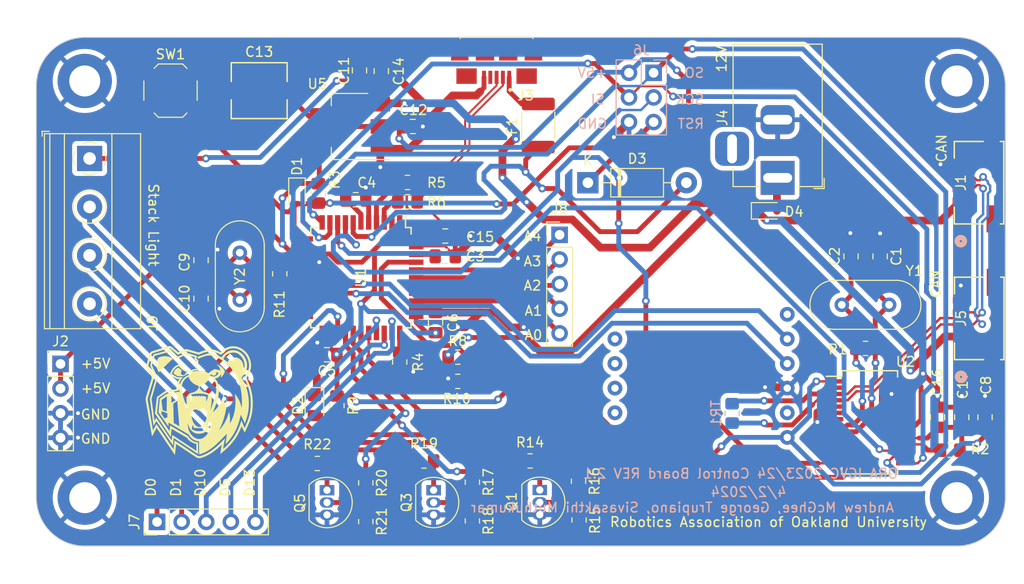
<source format=kicad_pcb>
(kicad_pcb (version 20240108) (generator "pcbnew") (generator_version "8.0")
  (layers (0 "F.Cu" signal) (31 "B.Cu" signal) (34 "B.Paste" user) (35 "F.Paste" user) (36 "B.SilkS" user "B.Silkscreen") (37 "F.SilkS" user "F.Silkscreen") (38 "B.Mask" user) (39 "F.Mask" user) (44 "Edge.Cuts" user))
  (net 0 "")
  (net 2 "Net-(U1-UCAP)")
  (net 3 "Net-(D2-A)")
  (net 4 "RST")
  (net 5 "Net-(Q1-D)")
  (net 6 "IMU_SCL")
  (net 7 "IMU_SDA")
  (net 9 "XTAL1")
  (net 10 "Net-(U1-~{HWB}{slash}PE2)")
  (net 11 "Net-(U1-AREF)")
  (net 14 "Net-(Q1-G)")
  (net 15 "LED_R")
  (net 16 "Net-(Q3-D)")
  (net 20 "Net-(U2-OSC2)")
  (net 21 "Net-(U2-OSC1)")
  (net 22 "Net-(U2-~{RESET})")
  (net 23 "CAN_INT")
  (net 24 "CAN_SCK")
  (net 25 "CAN_SI")
  (net 26 "CAN_SO")
  (net 27 "CAN_CS")
  (net 28 "+5V")
  (net 29 "GND")
  (net 30 "XTAL2")
  (net 32 "D+")
  (net 33 "D-")
  (net 36 "(USB) D-")
  (net 37 "(USB) D+")
  (net 38 "PWRIN")
  (net 39 "Net-(D4-A)")
  (net 40 "Norm_Voltage")
  (net 41 "Net-(Q3-G)")
  (net 43 "Net-(Q5-D)")
  (net 44 "Net-(Q5-G)")
  (net 45 "LED_G")
  (net 46 "LEDPWR_R")
  (net 47 "LED_B")
  (net 48 "LEDPWR_G")
  (net 49 "D0")
  (net 50 "D1")
  (net 51 "D10")
  (net 52 "D5")
  (net 53 "D13")
  (net 54 "A0")
  (net 55 "A1")
  (net 56 "A2")
  (net 57 "A3")
  (net 58 "A4")
  (net 64 "Net-(U2-TXD)")
  (net 65 "Net-(U2-RXD)")
  (net 69 "LEDPWR_B")
  (net 71 "VBUS")
  (net 72 "Net-(J3-VBUS)")
  (net 73 "CAN-")
  (net 74 "CAN+")
  (footprint "Package_QFP:TQFP-44_10x10mm_P0.8mm" (layer "F.Cu") (at 123.5 74.8 -90)
    (property "Reference" "U1")
    (property "Value" "ATmega32U4-A")
  )
  (footprint "Button_Switch_SMD:SW_SPST_TL3342" (layer "F.Cu") (at 103.85 55.5)
    (property "Reference" "SW1")
    (property "Value" "Reset")
  )
  (footprint "Package_TO_SOT_THT:TO-92_Inline" (layer "F.Cu") (at 131 96.73 -90)
    (property "Reference" "Q3")
    (property "Value" "BS170")
  )
  (footprint "Fuse:Fuse_1812_4532Metric_Pad1.30x3.40mm_HandSolder" (layer "F.Cu") (at 141.8 59.1 -90)
    (property "Reference" "F1")
    (property "Value" "MF-MSMF050-2")
  )
  (footprint "Capacitor_SMD:C_0805_2012Metric_Pad1.18x1.45mm_HandSolder" (layer "F.Cu") (at 107 76.9625 -90)
    (property "Reference" "C10")
    (property "Value" "22pF")
  )
  (footprint "Package_SO:SSOP-28_5.3x10.2mm_P0.65mm" (layer "F.Cu") (at 176 89.725)
    (property "Reference" "U2")
    (property "Value" "MCP25625-x-SS")
  )
  (footprint "MountingHole:MountingHole_3.2mm_M3_DIN965_Pad" (layer "F.Cu") (at 185 97.5)
    (property "Reference" "H1" (hide yes))
    (property "Value" "MountingHole_Pad")
  )
  (footprint "Crystal:Crystal_HC49-4H_Vertical" (layer "F.Cu") (at 173.12 77.6)
    (property "Reference" "Y1")
    (property "Value" "8Mhz")
  )
  (footprint "Capacitor_SMD:C_0805_2012Metric_Pad1.18x1.45mm_HandSolder" (layer "F.Cu") (at 177.07 72.6 -90)
    (property "Reference" "C1")
    (property "Value" "22pF")
  )
  (footprint "Capacitor_SMD:C_0805_2012Metric_Pad1.18x1.45mm_HandSolder" (layer "F.Cu") (at 107 73 -90)
    (property "Reference" "C9")
    (property "Value" "22pF")
  )
  (footprint "Resistor_SMD:R_0805_2012Metric_Pad1.20x1.40mm_HandSolder" (layer "F.Cu") (at 145.9525 95.8 -90)
    (property "Reference" "R16")
    (property "Value" "1k")
  )
  (footprint "Resistor_SMD:R_0805_2012Metric_Pad1.20x1.40mm_HandSolder" (layer "F.Cu") (at 115.125 74.4 -90)
    (property "Reference" "R11")
    (property "Value" "1M")
  )
  (footprint "MountingHole:MountingHole_3.2mm_M3_DIN965_Pad" (layer "F.Cu") (at 95 54.5)
    (property "Reference" "H3" (hide yes))
    (property "Value" "MountingHole_Pad")
  )
  (footprint "Package_TO_SOT_THT:TO-92_Inline" (layer "F.Cu") (at 120 96.73 -90)
    (property "Reference" "Q5")
    (property "Value" "BS170")
  )
  (footprint "MountingHole:MountingHole_3.2mm_M3_DIN965_Pad" (layer "F.Cu") (at 95 97.5)
    (property "Reference" "H2" (hide yes))
    (property "Value" "MountingHole_Pad")
  )
  (footprint "Package_TO_SOT_SMD:SOT-223-3_TabPin2" (layer "F.Cu") (at 122.35 59.2 180)
    (property "Reference" "U5")
    (property "Value" "NCP1117-5.0_SOT223")
  )
  (footprint "Capacitor_SMD:C_0805_2012Metric_Pad1.18x1.45mm_HandSolder" (layer "F.Cu") (at 187.9 89.2 90)
    (property "Reference" "C8")
    (property "Value" "100nF")
  )
  (footprint "Resistor_SMD:R_0805_2012Metric_Pad1.20x1.40mm_HandSolder" (layer "F.Cu") (at 121.025 88 -90)
    (property "Reference" "R9")
    (property "Value" "470")
  )
  (footprint "Capacitor_SMD:C_0805_2012Metric_Pad1.18x1.45mm_HandSolder" (layer "F.Cu") (at 122.9625 66.75 180)
    (property "Reference" "C4")
    (property "Value" "1uF")
  )
  (footprint "Resistor_SMD:R_0805_2012Metric_Pad1.20x1.40mm_HandSolder" (layer "F.Cu") (at 133.5 83)
    (property "Reference" "R8")
    (property "Value" "2.2k")
  )
  (footprint "Resistor_SMD:R_0805_2012Metric_Pad1.20x1.40mm_HandSolder" (layer "F.Cu") (at 135 99.9 -90)
    (property "Reference" "R18")
    (property "Value" "10k")
  )
  (footprint "Crystal:Crystal_HC49-4H_Vertical" (layer "F.Cu") (at 111 77.1 90)
    (property "Reference" "Y2")
    (property "Value" "16MHz")
  )
  (footprint "AdditionalParts:AMPHENOL_10118192-0002LF" (layer "F.Cu") (at 137.5 54.125 180)
    (property "Reference" "J3")
    (property "Value" "USB_B_Micro")
  )
  (footprint "Resistor_SMD:R_0805_2012Metric_Pad1.20x1.40mm_HandSolder" (layer "F.Cu") (at 175.57 82.1)
    (property "Reference" "R1")
    (property "Value" "1M")
  )
  (footprint "Resistor_SMD:R_0805_2012Metric_Pad1.20x1.40mm_HandSolder" (layer "F.Cu") (at 119 93.97)
    (property "Reference" "R22")
    (property "Value" "10k")
  )
  (footprint "Capacitor_SMD:C_0805_2012Metric_Pad1.18x1.45mm_HandSolder" (layer "F.Cu") (at 174.07 72.6 90)
    (property "Reference" "C2")
    (property "Value" "22pF")
  )
  (footprint "AdditionalParts:CONN_SM04B-GHS-TB_JST" (layer "F.Cu") (at 187.3 79 90)
    (property "Reference" "J5")
    (property "Value" "SM04B-GHS-TB")
  )
  (footprint "Custom_Parts:IMU_MOUNT" (layer "F.Cu") (at 148.44 97.63 90)
    (property "Reference" "U6" (hide yes))
    (property "Value" "IMU_MOUNT")
  )
  (footprint "Connector_PinHeader_2.54mm:PinHeader_1x04_P2.54mm_Vertical" (layer "F.Cu") (at 92.5 83.7)
    (property "Reference" "J2")
    (property "Value" "Conn_01x04_Pin")
  )
  (footprint "Connector_BarrelJack:BarrelJack_Horizontal" (layer "F.Cu") (at 166.5 64.5 -90)
    (property "Reference" "J4")
    (property "Value" "12V")
  )
  (footprint "Capacitor_SMD:C_0805_2012Metric_Pad1.18x1.45mm_HandSolder" (layer "F.Cu") (at 125.6 53.4875 -90)
    (property "Reference" "C14")
    (property "Value" "100nF")
  )
  (footprint "Resistor_SMD:R_0805_2012Metric_Pad1.20x1.40mm_HandSolder" (layer "F.Cu") (at 146.0075 99.8 -90)
    (property "Reference" "R15")
    (property "Value" "10k")
  )
  (footprint "Resistor_SMD:R_0805_2012Metric_Pad1.20x1.40mm_HandSolder" (layer "F.Cu") (at 135 95.9 -90)
    (property "Reference" "R17")
    (property "Value" "1k")
  )
  (footprint "Package_TO_SOT_THT:TO-92_Inline" (layer "F.Cu") (at 141.9525 96.71 -90)
    (property "Reference" "Q1")
    (property "Value" "BS170")
  )
  (footprint "Resistor_SMD:R_0805_2012Metric_Pad1.20x1.40mm_HandSolder" (layer "F.Cu") (at 128.3 64.975 180)
    (property "Reference" "R5")
    (property "Value" "22")
  )
  (footprint "Resistor_SMD:R_0805_2012Metric_Pad1.20x1.40mm_HandSolder" (layer "F.Cu") (at 130 93.72)
    (property "Reference" "R19")
    (property "Value" "10k")
  )
  (footprint "Diode_SMD:D_SOD-323" (layer "F.Cu") (at 165.4 67.9)
    (property "Reference" "D4")
    (property "Value" "PWRIN")
  )
  (footprint "MountingHole:MountingHole_3.2mm_M3_DIN965_Pad" (layer "F.Cu") (at 185 54.5)
    (property "Reference" "H4" (hide yes))
    (property "Value" "MountingHole_Pad")
  )
  (footprint "Resistor_SMD:R_0805_2012Metric_Pad1.20x1.40mm_HandSolder" (layer "F.Cu") (at 140.9525 93.71)
    (property "Reference" "R14")
    (property "Value" "10k")
  )
  (footprint "Resistor_SMD:R_0805_2012Metric_Pad1.20x1.40mm_HandSolder" (layer "F.Cu") (at 119.1 66.1 90)
    (property "Reference" "R3")
    (property "Value" "10k")
  )
  (footprint "Resistor_SMD:R_0805_2012Metric_Pad1.20x1.40mm_HandSolder" (layer "F.Cu") (at 124 99.97 -90)
    (property "Reference" "R21")
    (property "Value" "10k")
  )
  (footprint "Capacitor_SMD:C_0805_2012Metric_Pad1.18x1.45mm_HandSolder" (layer "F.Cu") (at 119.9875 82.75 180)
    (property "Reference" "C5")
    (property "Value" "100nF")
  )
  (footprint "Capacitor_SMD:C_0805_2012Metric_Pad1.18x1.45mm_HandSolder" (layer "F.Cu") (at 123.35 53.4125 -90)
    (property "Reference" "C11")
    (property "Value" "10nF")
  )
  (footprint "AdditionalParts:CAP_WCAP-ASLI_05p0X05p5_WRE" (layer "F.Cu") (at 113 55.5 180)
    (property "Reference" "C13")
    (property "Value" "22uF")
  )
  (footprint "Capacitor_SMD:C_0805_2012Metric_Pad1.18x1.45mm_HandSolder" (layer "F.Cu") (at 132.2 70.5)
    (property "Reference" "C15")
    (property "Value" "1uF")
  )
  (footprint "Capacitor_SMD:C_0805_2012Metric_Pad1.18x1.45mm_HandSolder" (layer "F.Cu") (at 185.5 89.2 90)
    (property "Reference" "C17")
    (property "Value" "100nF")
  )
  (footprint "Capacitor_SMD:C_0805_2012Metric_Pad1.18x1.45mm_HandSolder" (layer "F.Cu") (at 131.2 79.4375 90)
    (property "Reference" "C6")
    (property "Value" "100nF")
  )
  (footprint "LED_SMD:LED_0805_2012Metric_Pad1.15x1.40mm_HandSolder" (layer "F.Cu") (at 118.7 88 -90)
    (property "Reference" "D2")
    (property "Value" "LED_Small")
  )
  (footprint "Capacitor_SMD:C_0805_2012Metric_Pad1.18x1.45mm_HandSolder" (layer "F.Cu") (at 128.85 59.2 180)
    (property "Reference" "C12")
    (property "Value" "100nF")
  )
  (footprint "Capacitor_SMD:C_0805_2012Metric_Pad1.18x1.45mm_HandSolder" (layer "F.Cu") (at 132.2 72.6 180)
    (property "Reference" "C3")
    (property "Value" "100nF")
  )
  (footprint "Connector_PinHeader_2.54mm:PinHeader_1x05_P2.54mm_Vertical" (layer "F.Cu") (at 144 70.38)
    (property "Reference" "J8")
    (property "Value" "Conn_01x05_Pin")
  )
  (footprint "Resistor_SMD:R_0805_2012Metric_Pad1.20x1.40mm_HandSolder" (layer "F.Cu") (at 184.3 92.6 180)
    (property "Reference" "R2")
    (property "Value" "10k")
  )
  (footprint "AdditionalParts:CONN_SM04B-GHS-TB_JST" (layer "F.Cu") (at 187.275699 65 90)
    (property "Reference" "J1")
    (property "Value" "SM04B-GHS-TB")
  )
  (footprint "Resistor_SMD:R_0805_2012Metric_Pad1.20x1.40mm_HandSolder" (layer "F.Cu") (at 124 95.97 -90)
    (property "Reference" "R20")
    (property "Value" "1k")
  )
  (footprint "AdditionalParts:ORA_Logo_V2" (layer "F.Cu") (at 106.8 87.7)
    (property "Reference" "G***" (hide yes))
    (property "Value" "LOGO" (hide yes))
  )
  (footprint "Capacitor_SMD:C_0805_2012Metric_Pad1.18x1.45mm_HandSolder" (layer "F.Cu") (at 183 89.2 90)
    (property "Reference" "C16")
    (property "Value" "100nF")
  )
  (footprint "Diode_SMD:D_SOD-323" (layer "F.Cu") (at 116.9 66.125 -90)
    (property "Reference" "D1")
    (property "Value" "rst")
  )
  (footprint "Resistor_SMD:R_0805_2012Metric_Pad1.20x1.40mm_HandSolder" (layer "F.Cu") (at 128.3 66.975)
    (property "Reference" "R6")
    (property "Value" "22")
  )
  (footprint "Diode_THT:D_DO-41_SOD81_P10.16mm_Horizontal" (layer "F.Cu") (at 146.92 65)
    (property "Reference" "D3")
    (property "Value" "1N5819")
  )
  (footprint "TerminalBlock_Phoenix:TerminalBlock_Phoenix_MKDS-1,5-4_1x04_P5.00mm_Horizontal" (layer "F.Cu") (at 95.5 62.5 -90)
    (property "Reference" "J9")
    (property "Value" "Stack Light")
  )
  (footprint "Resistor_SMD:R_0805_2012Metric_Pad1.20x1.40mm_HandSolder" (layer "F.Cu") (at 127.5 83.5 -90)
    (property "Reference" "R4")
    (property "Value" "10k")
  )
  (footprint "Resistor_SMD:R_0805_2012Metric_Pad1.20x1.40mm_HandSolder" (layer "F.Cu") (at 133.5 85.5)
    (property "Reference" "R10")
    (property "Value" "1.57k")
  )
  (footprint "Connector_PinHeader_2.54mm:PinHeader_1x05_P2.54mm_Vertical" (layer "F.Cu") (at 102.46 100 90)
    (property "Reference" "J7")
    (property "Value" "Conn_01x05_Pin")
  )
  (footprint "Resistor_SMD:R_0805_2012Metric_Pad1.20x1.40mm_HandSolder" (layer "B.Cu") (at 161.8 88.8 -90)
    (property "Reference" "TR1")
    (property "Value" "120")
  )
  (footprint "Connector_PinHeader_2.54mm:PinHeader_2x03_P2.54mm_Vertical" (layer "B.Cu") (at 153.7 53.66 180)
    (property "Reference" "J6")
    (property "Value" "Conn_02x03_Top_Bottom")
  )
  (gr_arc (start 90 55) (mid 91.464466 51.464466) (end 95 50) (stroke (width 0.1)) (layer "Edge.Cuts"))
  (gr_arc (start 95 102.5) (mid 91.464466 101.035534) (end 90 97.5) (stroke (width 0.1)) (layer "Edge.Cuts"))
  (gr_line (start 190 97.5) (end 190 55) (stroke (width 0.1)) (layer "Edge.Cuts"))
  (gr_line (start 185 50) (end 95 50) (stroke (width 0.1)) (layer "Edge.Cuts"))
  (gr_line (start 90 55) (end 90 97.5) (stroke (width 0.1)) (layer "Edge.Cuts"))
  (gr_arc (start 190 97.5) (mid 188.535534 101.035534) (end 185 102.5) (stroke (width 0.1)) (layer "Edge.Cuts"))
  (gr_arc (start 185 50) (mid 188.535534 51.464466) (end 190 55) (stroke (width 0.1)) (layer "Edge.Cuts"))
  (gr_line (start 95 102.5) (end 185 102.5) (stroke (width 0.1)) (layer "Edge.Cuts"))
  (gr_text "ORA IGVC 2023/24 Control Board REV 2.1" (at 179 95.6 0) (layer "B.SilkS") (effects (font (size 1 1)) (justify left bottom mirror)))
  (gr_text "SO" (at 159 54.25 -0) (layer "B.SilkS") (effects (font (size 1 1)) (justify left bottom mirror)))
  (gr_text "GND" (at 149 59.5 -0) (layer "B.SilkS") (effects (font (size 1 1)) (justify left bottom mirror)))
  (gr_text "RST" (at 159 59.5 -0) (layer "B.SilkS") (effects (font (size 1 1)) (justify left bottom mirror)))
  (gr_text "Andrew McGhee, George Trupiano, Sivasakthi Muthukumar\n" (at 178.6 99.1 0) (layer "B.SilkS") (effects (font (size 1 1)) (justify left bottom mirror)))
  (gr_text "+5V" (at 149 54.25 -0) (layer "B.SilkS") (effects (font (size 1 1)) (justify left bottom mirror)))
  (gr_text "SCK" (at 159 57 -0) (layer "B.SilkS") (effects (font (size 1 1)) (justify left bottom mirror)))
  (gr_text "4/2/2024\n" (at 167.5 97.5 0) (layer "B.SilkS") (effects (font (size 1 1)) (justify left bottom mirror)))
  (gr_text "SI\n" (at 148.75 57 -0) (layer "B.SilkS") (effects (font (size 1 1)) (justify left bottom mirror)))
  (gr_text "GND" (at 94.5 89.5 0) (layer "F.SilkS") (effects (font (size 1 1)) (justify left bottom)))
  (gr_text "D10" (at 107.5 97.5 90) (layer "F.SilkS") (effects (font (size 1 1)) (justify left bottom)))
  (gr_text "A4" (at 140.2 71.1 0) (layer "F.SilkS") (effects (font (size 1 1)) (justify left bottom)))
  (gr_text "Robotics Association of Oakland University" (at 149.1 100.6 0) (layer "F.SilkS") (effects (font (size 1 1)) (justify left bottom)))
  (gr_text "A1" (at 140.3 78.8 0) (layer "F.SilkS") (effects (font (size 1 1)) (justify left bottom)))
  (gr_text "A2" (at 140.2 76.2 0) (layer "F.SilkS") (effects (font (size 1 1)) (justify left bottom)))
  (gr_text "A0" (at 140.3 81.3 0) (layer "F.SilkS") (effects (font (size 1 1)) (justify left bottom)))
  (gr_text "+5V" (at 94.5 84.25 0) (layer "F.SilkS") (effects (font (size 1 1)) (justify left bottom)))
  (gr_text "D1" (at 105 97.5 90) (layer "F.SilkS") (effects (font (size 1 1)) (justify left bottom)))
  (gr_text "D13" (at 112.6 97.5 90) (layer "F.SilkS") (effects (font (size 1 1)) (justify left bottom)))
  (gr_text "D0" (at 102.4 97.5 90) (layer "F.SilkS") (effects (font (size 1 1)) (justify left bottom)))
  (gr_text "Stack Light" (at 101.5 64.999998 -90) (layer "F.SilkS") (effects (font (size 1 1)) (justify left bottom)))
  (gr_text "D5" (at 110.1 97.5 90) (layer "F.SilkS") (effects (font (size 1 1)) (justify left bottom)))
  (gr_text "A3" (at 140.2 73.7 0) (layer "F.SilkS") (effects (font (size 1 1)) (justify left bottom)))
  (gr_text "GND" (at 94.5 92 0) (layer "F.SilkS") (effects (font (size 1 1)) (justify left bottom)))
  (gr_text "+5V" (at 94.5 86.8 0) (layer "F.SilkS") (effects (font (size 1 1)) (justify left bottom)))
  (gr_text "12V" (at 161.3 53.7 90) (layer "F.SilkS") (effects (font (size 1 1)) (justify left bottom)))
  (gr_text "CAN" (at 183.4 77 90) (layer "F.SilkS") (effects (font (size 1 1)) (justify left bottom)))
  (gr_text "CAN" (at 184 63 90) (layer "F.SilkS") (effects (font (size 1 1)) (justify left bottom)))
  (segment (start 123.5 69.1) (end 123.5 68.238604) (width 0.5) (layer "F.Cu") (net 2))
  (segment (start 122.011396 66.75) (end 121.925 66.75) (width 0.5) (layer "F.Cu") (net 2))
  (segment (start 123.5 68.238604) (end 122.011396 66.75) (width 0.5) (layer "F.Cu") (net 2))
  (segment (start 121 89.025) (end 121.025 89) (width 0.5) (layer "F.Cu") (net 3))
  (segment (start 118.7 89.025) (end 121 89.025) (width 0.5) (layer "F.Cu") (net 3))
  (segment (start 116.6 68) (end 116.6 71.261396) (width 0.5) (layer "F.Cu") (net 4))
  (segment (start 119.025 67.175) (end 119.1 67.1) (width 0.5) (layer "F.Cu") (net 4))
  (segment (start 116.938604 71.6) (end 117.8 71.6) (width 0.5) (layer "F.Cu") (net 4))
  (segment (start 151.04 61.4) (end 153.7 58.74) (width 0.5) (layer "F.Cu") (net 4))
  (segment (start 107 57.4) (end 107 59.402082) (width 0.5) (layer "F.Cu") (net 4))
  (segment (start 140.247919 66.149999) (end 140.250001 66.149999) (width 0.5) (layer "F.Cu") (net 4))
  (segment (start 139.749999 66.647919) (end 140.247919 66.149999) (width 0.5) (layer "F.Cu") (net 4))
  (segment (start 116.25 67.8) (end 116.9 67.15) (width 0.5) (layer "F.Cu") (net 4))
  (segment (start 116.9 67.175) (end 119.025 67.175) (width 0.5) (layer "F.Cu") (net 4))
  (segment (start 139.2 67.2) (end 139.749999 66.650001) (width 0.5) (layer "F.Cu") (net 4))
  (segment (start 115.597918 68) (end 116.6 68) (width 0.5) (layer "F.Cu") (net 4))
  (segment (start 107 59.402082) (end 115.597918 68) (width 0.5) (layer "F.Cu") (net 4))
  (segment (start 116.9 67.15) (end 116.6 67.45) (width 0.5) (layer "F.Cu") (net 4))
  (segment (start 140.250001 66.149999) (end 145 61.4) (width 0.5) (layer "F.Cu") (net 4))
  (segment (start 119.1 67.1) (end 120.3 67.1) (width 0.5) (layer "F.Cu") (net 4))
  (segment (start 139.749999 66.650001) (end 139.749999 66.647919) (width 0.5) (layer "F.Cu") (net 4))
  (segment (start 116.6 67.45) (end 116.6 68) (width 0.5) (layer "F.Cu") (net 4))
  (segment (start 145 61.4) (end 151.04 61.4) (width 0.5) (layer "F.Cu") (net 4))
  (segment (start 100.7 57.4) (end 107 57.4) (width 0.5) (layer "F.Cu") (net 4))
  (segment (start 116.6 71.261396) (end 116.938604 71.6) (width 0.5) (layer "F.Cu") (net 4))
  (segment (start 137.5 67.2) (end 139.2 67.2) (width 0.5) (layer "F.Cu") (net 4))
  (via (at 137.5 67.2) (size 0.8) (drill 0.4) (layers "F.Cu" "B.Cu") (net 4))
  (via (at 120.3 67.1) (size 0.8) (drill 0.4) (layers "F.Cu" "B.Cu") (net 4))
  (segment (start 137.5 67.2) (end 137.4 67.1) (width 0.5) (layer "B.Cu") (net 4))
  (segment (start 137.4 67.1) (end 120.3 67.1) (width 0.5) (layer "B.Cu") (net 4))
  (segment (start 141.9525 93.71) (end 141.9525 96.71) (width 0.5) (layer "F.Cu") (net 5))
  (segment (start 123.8 75.449997) (end 123.649997 75.6) (width 0.5) (layer "F.Cu") (net 6))
  (segment (start 123.649997 75.6) (end 117.8 75.6) (width 0.5) (layer "F.Cu") (net 6))
  (via (at 123.8 75.449997) (size 0.8) (drill 0.4) (layers "F.Cu" "B.Cu") (net 6))
  (segment (start 136.897918 77.7) (end 141.397918 82.2) (width 0.5) (layer "B.Cu") (net 6))
  (segment (start 141.397918 82.2) (end 145.71005 82.2) (width 0.5) (layer "B.Cu") (net 6))
  (segment (start 145.71005 82.2) (end 149.71005 78.2) (width 0.5) (layer "B.Cu") (net 6))
  (segment (start 126.449997 75.449997) (end 128.7 77.7) (width 0.5) (layer "B.Cu") (net 6))
  (segment (start 128.7 77.7) (end 136.897918 77.7) (width 0.5) (layer "B.Cu") (net 6))
  (segment (start 123.8 75.449997) (end 126.449997 75.449997) (width 0.5) (layer "B.Cu") (net 6))
  (segment (start 149.71005 78.2) (end 164.57 78.2) (width 0.5) (layer "B.Cu") (net 6))
  (segment (start 164.57 78.2) (end 167.49 81.12) (width 0.5) (layer "B.Cu") (net 6))
  (segment (start 122.9505 76.4) (end 117.8 76.4) (width 0.5) (layer "F.Cu") (net 7))
  (segment (start 123 76.4495) (end 122.9505 76.4) (width 0.5) (layer "F.Cu") (net 7))
  (via (at 123 76.4495) (size 0.8) (drill 0.4) (layers "F.Cu" "B.Cu") (net 7))
  (segment (start 149.4 79.5) (end 163.33 79.5) (width 0.5) (layer "B.Cu") (net 7))
  (segment (start 146 82.9) (end 149.4 79.5) (width 0.5) (layer "B.Cu") (net 7))
  (segment (start 136.5 78.4) (end 141 82.9) (width 0.5) (layer "B.Cu") (net 7))
  (segment (start 123 76.4495) (end 126.3495 76.4495) (width 0.5) (layer "B.Cu") (net 7))
  (segment (start 126.3495 76.4495) (end 128.3 78.4) (width 0.5) (layer "B.Cu") (net 7))
  (segment (start 163.33 79.5) (end 167.49 83.66) (width 0.5) (layer "B.Cu") (net 7))
  (segment (start 141 82.9) (end 146 82.9) (width 0.5) (layer "B.Cu") (net 7))
  (segment (start 128.3 78.4) (end 136.5 78.4) (width 0.5) (layer "B.Cu") (net 7))
  (segment (start 112.7 75.4) (end 111 77.1) (width 0.5) (layer "F.Cu") (net 9))
  (segment (start 115.125 75.4) (end 112.7 75.4) (width 0.5) (layer "F.Cu") (net 9))
  (segment (start 115.725 74.8) (end 117.8 74.8) (width 0.5) (layer "F.Cu") (net 9))
  (segment (start 115.125 75.4) (end 115.725 74.8) (width 0.5) (layer "F.Cu") (net 9))
  (segment (start 109.775 75.875) (end 111 77.1) (width 0.5) (layer "F.Cu") (net 9))
  (segment (start 107.275 75.875) (end 109.775 75.875) (width 0.5) (layer "F.Cu") (net 9))
  (segment (start 127.5 82.5) (end 127.5 80.5) (width 0.5) (layer "F.Cu") (net 10))
  (segment (start 131.0625 72.4) (end 129.2 72.4) (width 0.5) (layer "F.Cu") (net 11))
  (segment (start 131.1625 72.5) (end 131.0625 72.4) (width 0.5) (layer "F.Cu") (net 11))
  (segment (start 145.1875 97.98) (end 146.0075 98.8) (width 0.5) (layer "F.Cu") (net 14))
  (segment (start 141.9525 97.98) (end 145.1875 97.98) (width 0.5) (layer "F.Cu") (net 14))
  (segment (start 146.0075 98.8) (end 146.0075 96.855) (width 0.5) (layer "F.Cu") (net 14))
  (segment (start 146.0075 96.855) (end 145.9525 96.8) (width 0.5) (layer "F.Cu") (net 14))
  (segment (start 138.0425 91.8) (end 139.9525 93.71) (width 0.5) (layer "F.Cu") (net 15))
  (segment (start 111.5 85.2) (end 111.5 85.3) (width 0.5) (layer "F.Cu") (net 15))
  (segment (start 118 91.8) (end 138.0425 91.8) (width 0.5) (layer "F.Cu") (net 15))
  (segment (start 111.5 85.3) (end 118 91.8) (width 0.5) (layer "F.Cu") (net 15))
  (via (at 111.5 85.2) (size 0.8) (drill 0.4) (layers "F.Cu" "B.Cu") (net 15))
  (segment (start 95.5 69.202082) (end 95.5 67.5) (width 0.5) (layer "B.Cu") (net 15))
  (segment (start 111.497918 85.2) (end 95.5 69.202082) (width 0.5) (layer "B.Cu") (net 15))
  (segment (start 111.5 85.2) (end 111.497918 85.2) (width 0.5) (layer "B.Cu") (net 15))
  (segment (start 131 93.72) (end 131 96.73) (width 0.5) (layer "F.Cu") (net 16))
  (segment (start 174.57 82.1) (end 174.57 79.05) (width 0.5) (layer "F.Cu") (net 20))
  (segment (start 174.57 82.1) (end 174.57 83.57) (width 0.5) (layer "F.Cu") (net 20))
  (segment (start 173.7 90) (end 173.65 90.05) (width 0.5) (layer "F.Cu") (net 20))
  (segment (start 175.240632 89.059368) (end 174.3 90) (width 0.5) (layer "F.Cu") (net 20))
  (segment (start 175.240632 87.532167) (end 175.240632 89.059368) (width 0.5) (layer "F.Cu") (net 20))
  (segment (start 174.57 83.57) (end 174.6 83.6) (width 0.5) (layer "F.Cu") (net 20))
  (segment (start 174.57 79.05) (end 173.12 77.6) (width 0.5) (layer "F.Cu") (net 20))
  (segment (start 174.07 76.65) (end 173.12 77.6) (width 0.5) (layer "F.Cu") (net 20))
  (segment (start 174.07 73.6375) (end 174.07 76.65) (width 0.5) (layer "F.Cu") (net 20))
  (segment (start 172.4 90.05) (end 173.65 90.05) (width 0.25) (layer "F.Cu") (net 20))
  (segment (start 174.3 90) (end 173.7 90) (width 0.5) (layer "F.Cu") (net 20))
  (via (at 175.240632 87.532167) (size 0.8) (drill 0.4) (layers "F.Cu" "B.Cu") (net 20))
  (via (at 174.6 83.6) (size 0.8) (drill 0.4) (layers "F.Cu" "B.Cu") (net 20))
  (segment (start 175.25 84.25) (end 174.6 83.6) (width 0.5) (layer "B.Cu") (net 20))
  (segment (start 175.240632 87.532167) (end 175.25 87.522799) (width 0.5) (layer "B.Cu") (net 20))
  (segment (start 175.25 87.522799) (end 175.25 84.25) (width 0.5) (layer "B.Cu") (net 20))
  (segment (start 176.57 83.57) (end 176.6 83.6) (width 0.5) (layer "F.Cu") (net 21))
  (segment (start 176.57 82.1) (end 176.57 79.03) (width 0.5) (layer "F.Cu") (net 21))
  (segment (start 172.4 90.7) (end 174 90.7) (width 0.25) (layer "F.Cu") (net 21))
  (segment (start 176.2 89.1) (end 174.6 90.7) (width 0.5) (layer "F.Cu") (net 21))
  (segment (start 176.57 82.1) (end 176.57 83.3) (width 0.5) (layer "F.Cu") (net 21))
  (segment (start 176.2 87.25) (end 176.2 89.1) (width 0.5) (layer "F.Cu") (net 21))
  (segment (start 174.6 90.7) (end 174 90.7) (width 0.5) (layer "F.Cu") (net 21))
  (segment (start 176.57 79.03) (end 178 77.6) (width 0.5) (layer "F.Cu") (net 21))
  (segment (start 177.07 76.67) (end 178 77.6) (width 0.5) (layer "F.Cu") (net 21))
  (segment (start 177.07 73.6375) (end 177.07 76.67) (width 0.5) (layer "F.Cu") (net 21))
  (via (at 176.6 83.6) (size 0.8) (drill 0.4) (layers "F.Cu" "B.Cu") (net 21))
  (via (at 176.2 87.25) (size 0.8) (drill 0.4) (layers "F.Cu" "B.Cu") (net 21))
  (segment (start 176.6 85.1) (end 176.6 83.6) (width 0.5) (layer "B.Cu") (net 21))
  (segment (start 176.2 85.5) (end 176.6 85.1) (width 0.5) (layer "B.Cu") (net 21))
  (segment (start 176.2 87.25) (end 176.2 85.5) (width 0.5) (layer "B.Cu") (net 21))
  (segment (start 181.5 92.1) (end 182 92.6) (width 0.5) (layer "F.Cu") (net 22))
  (segment (start 182 92.6) (end 183.3 92.6) (width 0.5) (layer "F.Cu") (net 22))
  (segment (start 179.6 92) (end 181.4 92) (width 0.25) (layer "F.Cu") (net 22))
  (segment (start 181.4 92) (end 181.5 92.1) (width 0.25) (layer "F.Cu") (net 22))
  (segment (start 145.8 90.1) (end 131.1 90.1) (width 0.5) (layer "F.Cu") (net 23))
  (segment (start 124.3 83.3) (end 124.3 82.9201) (width 0.5) (layer "F.Cu") (net 23))
  (segment (start 174.1 93.65) (end 174.1 94.5) (width 0.5) (layer "F.Cu") (net 23))
  (segment (start 173.2 95.4) (end 151.1 95.4) (width 0.5) (layer "F.Cu") (net 23))
  (segment (start 174.1 94.5) (end 173.2 95.4) (width 0.5) (layer "F.Cu") (net 23))
  (segment (start 131.1 90.1) (end 124.3 83.3) (width 0.5) (layer "F.Cu") (net 23))
  (segment (start 173.75 93.3) (end 174.1 93.65) (width 0.5) (layer "F.Cu") (net 23))
  (segment (start 151.1 95.4) (end 145.8 90.1) (width 0.5) (layer "F.Cu") (net 23))
  (segment (start 124.3 82.9201) (end 124.3 80.5) (width 0.25) (layer "F.Cu") (net 23))
  (segment (start 172.4 93.3) (end 173.75 93.3) (width 0.25) (layer "F.Cu") (net 23))
  (segment (start 164.55 93.95) (end 152.9 82.3) (width 0.5) (layer "F.Cu") (net 24))
  (segment (start 121.1 71.1) (end 121.1 69.1) (width 0.5) (layer "F.Cu") (net 24))
  (segment (start 150.1 69.2) (end 150.1 64.5) (width 0.5) (layer "F.Cu") (net 24))
  (segment (start 152.9 82.3) (end 152.9 77.2) (width 0.5) (layer "F.Cu") (net 24))
  (segment (start 121.5 71.5) (end 121.1 71.1) (width 0.5) (layer "F.Cu") (net 24))
  (segment (start 172.4 93.95) (end 170.7 93.95) (width 0.25) (layer "F.Cu") (net 24))
  (segment (start 170.7 93.95) (end 164.55 93.95) (width 0.5) (layer "F.Cu") (net 24))
  (via (at 150.1 69.2) (size 0.8) (drill 0.4) (layers "F.Cu" "B.Cu") (net 24))
  (via (at 121.5 71.5) (size 0.8) (drill 0.4) (layers "F.Cu" "B.Cu") (net 24))
  (via (at 150.1 64.5) (size 0.8) (drill 0.4) (layers "F.Cu" "B.Cu") (net 24))
  (via (at 152.9 77.2) (size 0.8) (drill 0.4) (layers "F.Cu" "B.Cu") (net 24))
  (segment (start 122.3 72.3) (end 137.25 72.3) (width 0.5) (layer "B.Cu") (net 24))
  (segment (start 150.1 71.6) (end 152.9 74.4) (width 0.5) (layer "B.Cu") (net 24))
  (segment (start 152.4 57.5) (end 153.7 56.2) (width 0.25) (layer "B.Cu") (net 24))
  (segment (start 121.5 71.5) (end 122.3 72.3) (width 0.5) (layer "B.Cu") (net 24))
  (segment (start 150.18317 57.5) (end 152.4 57.5) (width 0.25) (layer "B.Cu") (net 24))
  (segment (start 148 62.4) (end 145.28317 62.4) (width 0.5) (layer "B.Cu") (net 24))
  (segment (start 152.9 74.4) (end 152.9 77.2) (width 0.5) (layer "B.Cu") (net 24))
  (segment (start 145.28317 62.4) (end 145.241585 62.441585) (width 0.5) (layer "B.Cu") (net 24))
  (segment (start 143.8 65.75) (end 143.8 63.88317) (width 0.5) (layer "B.Cu") (net 24))
  (segment (start 143.8 63.88317) (end 145.241585 62.441585) (width 0.5) (layer "B.Cu") (net 24))
  (segment (start 137.25 72.3) (end 143.8 65.75) (width 0.5) (layer "B.Cu") (net 24))
  (segment (start 150.1 64.5) (end 148 62.4) (width 0.5) (layer "B.Cu") (net 24))
  (segment (start 145.241585 62.441585) (end 150.18317 57.5) (width 0.5) (layer "B.Cu") (net 24))
  (segment (start 150.1 69.2) (end 150.1 71.6) (width 0.5) (layer "B.Cu") (net 24))
  (segment (start 120.3 70.225) (end 120.3 69.1) (width 0.5) (layer "F.Cu") (net 25))
  (segment (start 152.335 55.025) (end 154.625 55.025) (width 0.25) (layer "F.Cu") (net 25))
  (segment (start 119.150002 70.65) (end 119.150002 70.66158) (width 0.5) (layer "F.Cu") (net 25))
  (segment (start 146.9 52.7) (end 147.66 52.7) (width 0.5) (layer "F.Cu") (net 25))
  (segment (start 180.95 93.95) (end 179.6 93.95) (width 0.25) (layer "F.Cu") (net 25))
  (segment (start 119.150002 70.65) (end 119.875 70.65) (width 0.5) (layer "F.Cu") (net 25))
  (segment (start 147.66 52.7) (end 151.16 56.2) (width 0.5) (layer "F.Cu") (net 25))
  (segment (start 119.875 70.65) (end 120.3 70.225) (width 0.5) (layer "F.Cu") (net 25))
  (segment (start 181.5 93.4) (end 180.95 93.95) (width 0.25) (layer "F.Cu") (net 25))
  (segment (start 151.16 56.2) (end 152.335 55.025) (width 0.25) (layer "F.Cu") (net 25))
  (segment (start 154.625 55.025) (end 155.7 56.1) (width 0.25) (layer "F.Cu") (net 25))
  (via (at 155.7 56.1) (size 0.8) (drill 0.4) (layers "F.Cu" "B.Cu") (net 25))
  (via (at 119.150002 70.65) (size 0.8) (drill 0.4) (layers "F.Cu" "B.Cu") (net 25))
  (via (at 181.5 93.4) (size 0.8) (drill 0.4) (layers "F.Cu" "B.Cu") (net 25))
  (via (at 146.9 52.7) (size 0.8) (drill 0.4) (layers "F.Cu" "B.Cu") (net 25))
  (segment (start 146.85 52.75) (end 146.9 52.7) (width 0.5) (layer "B.Cu") (net 25))
  (segment (start 181.9 69.8) (end 168.24 56.14) (width 0.5) (layer "B.Cu") (net 25))
  (segment (start 181.5 86.8) (end 182.6 85.7) (width 0.5) (layer "B.Cu") (net 25))
  (segment (start 130.847918 52.75) (end 146.85 52.75) (width 0.5) (layer "B.Cu") (net 25))
  (segment (start 155.7 56.1) (end 155.7 56.14) (width 0.5) (layer "B.Cu") (net 25))
  (segment (start 117.5 68.999998) (end 117.5 66.097918) (width 0.5) (layer "B.Cu") (net 25))
  (segment (start 182.6 85.7) (end 182.6 77.002082) (width 0.5) (layer "B.Cu") (net 25))
  (segment (start 181.5 93.4) (end 181.5 86.8) (width 0.5) (layer "B.Cu") (net 25))
  (segment (start 117.5 66.097918) (end 130.847918 52.75) (width 0.5) (layer "B.Cu") (net 25))
  (segment (start 182.6 77.002082) (end 181.85 76.252082) (width 0.5) (layer "B.Cu") (net 25))
  (segment (start 119.150002 70.65) (end 117.5 68.999998) (width 0.5) (layer "B.Cu") (net 25))
  (segment (start 181.9 75.497918) (end 181.9 69.8) (width 0.5) (layer "B.Cu") (net 25))
  (segment (start 181.85 76.252082) (end 181.85 75.547918) (width 0.5) (layer "B.Cu") (net 25))
  (segment (start 181.85 75.547918) (end 181.9 75.497918) (width 0.5) (layer "B.Cu") (net 25))
  (segment (start 168.24 56.14) (end 155.7 56.1) (width 0.5) (layer "B.Cu") (net 25))
  (segment (start 118.587388 68.298797) (end 118.698797 68.298797) (width 0.5) (layer "F.Cu") (net 26))
  (segment (start 153.7 53.66) (end 156.16 51.2) (width 0.5) (layer "F.Cu") (net 26))
  (segment (start 177.8 93.9) (end 178.4 93.3) (width 0.25) (layer "F.Cu") (net 26))
  (segment (start 118.698797 68.298797) (end 119.5 69.1) (width 0.5) (layer "F.Cu") (net 26))
  (segment (start 178.4 93.3) (end 179.6 93.3) (width 0.25) (layer "F.Cu") (net 26))
  (segment (start 156.16 51.2) (end 157.7 51.2) (width 0.5) (layer "F.Cu") (net 26))
  (via (at 177.8 93.9) (size 0.8) (drill 0.4) (layers "F.Cu" "B.Cu") (net 26))
  (via (at 157.7 51.2) (size 0.8) (drill 0.4) (layers "F.Cu" "B.Cu") (net 26))
  (via (at 118.587388 68.298797) (size 0.8) (drill 0.4) (layers "F.Cu" "B.Cu") (net 26))
  (segment (start 149.6 55.16) (end 149.6 55.1) (width 0.5) (layer "B.Cu") (net 26))
  (segment (start 169.1 51.2) (end 183.85 65.95) (width 0.5) (layer "B.Cu") (net 26))
  (segment (start 118.587388 68.298797) (end 118.2 67.911409) (width 0.5) (layer "B.Cu") (net 26))
  (segment (start 183.85 65.95) (end 183.85 92.252082) (width 0.5) (layer "B.Cu") (net 26))
  (segment (start 157.7 51.2) (end 169.1 51.2) (width 0.5) (layer "B.Cu") (net 26))
  (segment (start 183.85 92.252082) (end 181.202082 94.9) (width 0.5) (layer "B.Cu") (net 26))
  (segment (start 149.6 55.1) (end 148.7 56) (width 0.5) (layer "B.Cu") (net 26))
  (segment (start 142.71 62.05) (end 149.6 55.16) (width 0.5) (layer "B.Cu") (net 26))
  (segment (start 122.95 62.05) (end 142.71 62.05) (width 0.5) (layer "B.Cu") (net 26))
  (segment (start 153.7 53.66) (end 152.335 55.025) (width 0.25) (layer "B.Cu") (net 26))
  (segment (start 181.202082 94.9) (end 178.8 94.9) (width 0.5) (layer "B.Cu") (net 26))
  (segment (start 118.2 66.8) (end 122.95 62.05) (width 0.5) (layer "B.Cu") (net 26))
  (segment (start 149.675 55.025) (end 148.7 56) (width 0.25) (layer "B.Cu") (net 26))
  (segment (start 178.8 94.9) (end 177.8 93.9) (width 0.5) (layer "B.Cu") (net 26))
  (segment (start 152.335 55.025) (end 149.675 55.025) (width 0.25) (layer "B.Cu") (net 26))
  (segment (start 118.2 67.911409) (end 118.2 66.8) (width 0.5) (layer "B.Cu") (net 26))
  (segment (start 121.9 70.38995) (end 122.9 71.38995) (width 0.5) (layer "F.Cu") (net 27))
  (segment (start 177.15 92.65) (end 177 92.5) (width 0.25) (layer "F.Cu") (net 27))
  (segment (start 179.6 92.65) (end 177.15 92.65) (width 0.25) (layer "F.Cu") (net 27))
  (segment (start 122.9 71.38995) (end 123 71.4) (width 0.5) (layer "F.Cu") (net 27))
  (segment (start 121.9 69.1) (end 121.9 70.38995) (width 0.5) (layer "F.Cu") (net 27))
  (segment (start 123 71.4) (end 122.9 71.4) (width 0.5) (layer "F.Cu") (net 27))
  (via (at 177 92.5) (size 0.8) (drill 0.4) (layers "F.Cu" "B.Cu") (net 27))
  (via (at 123 71.4) (size 0.8) (drill 0.4) (layers "F.Cu" "B.Cu") (net 27))
  (segment (start 121.297918 70.5) (end 120.65 71.147918) (width 0.5) (layer "B.Cu") (net 27))
  (segment (start 173.35 82.725973) (end 173.35 88.85) (width 0.5) (layer "B.Cu") (net 27))
  (segment (start 123 71.4) (end 122.1 70.5) (width 0.5) (layer "B.Cu") (net 27))
  (segment (start 158.224027 67.6) (end 173.35 82.725973) (width 0.5) (layer "B.Cu") (net 27))
  (segment (start 173.35 88.85) (end 177 92.5) (width 0.5) (layer "B.Cu") (net 27))
  (segment (start 143.2 67.6) (end 158.224027 67.6) (width 0.5) (layer "B.Cu") (net 27))
  (segment (start 120.65 71.147918) (end 120.65 72.147918) (width 0.5) (layer "B.Cu") (net 27))
  (segment (start 133.78 74.22) (end 135 73) (width 0.5) (layer "B.Cu") (net 27))
  (segment (start 122.1 70.5) (end 121.297918 70.5) (width 0.5) (layer "B.Cu") (net 27))
  (segment (start 120.65 72.147918) (end 122.722082 74.22) (width 0.5) (layer "B.Cu") (net 27))
  (segment (start 122.722082 74.22) (end 133.78 74.22) (width 0.5) (layer "B.Cu") (net 27))
  (segment (start 135 73) (end 137.8 73) (width 0.5) (layer "B.Cu") (net 27))
  (segment (start 137.8 73) (end 143.2 67.6) (width 0.5) (layer "B.Cu") (net 27))
  (segment (start 185.5 90.2375) (end 183.05 90.2375) (width 0.5) (layer "F.Cu") (net 28))
  (segment (start 185.5 90.2375) (end 187.9 90.2375) (width 0.5) (layer "F.Cu") (net 28))
  (segment (start 121 82.7) (end 121 82.725) (width 0.5) (layer "F.Cu") (net 28))
  (segment (start 123.5 77.5) (end 124.9 76.1) (width 0.5) (layer "F.Cu") (net 28))
  (segment (start 129.2 78.8) (end 129.2 79.4) (width 0.5) (layer "F.Cu") (net 28))
  (segment (start 126 70.8) (end 129.2 70.8) (width 0.5) (layer "F.Cu") (net 28))
  (segment (start 149.52 62.4) (end 146.92 65) (width 0.5) (layer "F.Cu") (net 28))
  (segment (start 126 70.8) (end 126.7 70.1) (width 0.5) (layer "F.Cu") (net 28))
  (segment (start 122.4 87) (end 121.025 87) (width 0.5) (layer "F.Cu") (net 28))
  (segment (start 126.7 70.1) (end 126.7 69.1) (width 0.5) (layer "F.Cu") (net 28))
  (segment (start 157.3 54.6) (end 157.3 60.902082) (width 0.5) (layer "F.Cu") (net 28))
  (segment (start 160.7 92.2) (end 160 92.9) (width 0.5) (layer "F.Cu") (net 28))
  (segment (start 92.5 83.7) (end 92.5 86.24) (width 0.5) (layer "F.Cu") (net 28))
  (segment (start 151.9 92.9) (end 145 86) (width 0.5) (layer "F.Cu") (net 28))
  (segment (start 106.55 69.65) (end 113.75 69.65) (width 0.5) (layer "F.Cu") (net 28))
  (segment (start 121.1 73.2) (end 123.6 73.2) (width 0.5) (layer "F.Cu") (net 28))
  (segment (start 113.75 69.65) (end 115.4 71.3) (width 0.5) (layer "F.Cu") (net 28))
  (segment (start 119.075 65.075) (end 119.1 65.1) (width 0.5) (layer "F.Cu") (net 28))
  (segment (start 130.275 80.475) (end 131.2 80.475) (width 0.5) (layer "F.Cu") (net 28))
  (segment (start 92.5 83.7) (end 106.55 69.65) (width 0.5) (layer "F.Cu") (net 28))
  (segment (start 187.9 91.1) (end 187.9 90.2375) (width 0.5) (layer "F.Cu") (net 28))
  (segment (start 177.699695 86.075) (end 179.525 86.075) (width 0.25) (layer "F.Cu") (net 28))
  (segment (start 125.5 59.2) (end 127.8125 59.2) (width 0.5) (layer "F.Cu") (net 28))
  (segment (start 119.2 59.2) (end 119.2 65) (width 0.5) (layer "F.Cu") (net 28))
  (segment (start 156.1 53.4) (end 157.3 54.6) (width 0.5) (layer "F.Cu") (net 28))
  (segment (start 177.95 91.35) (end 177.2 90.6) (width 0.5) (layer "F.Cu") (net 28))
  (segment (start 129.2 70.8) (end 130.8625 70.8) (width 0.5) (layer "F.Cu") (net 28))
  (segment (start 121 82.725) (end 121.025 82.75) (width 0.5) (layer "F.Cu") (net 28))
  (segment (start 116.5 72.4) (end 115.4 71.3) (width 0.5) (layer "F.Cu") (net 28))
  (segment (start 130.8625 70.8) (end 131.1625 70.5) (width 0.5) (layer "F.Cu") (net 28))
  (segment (start 120.975 82.7) (end 121 82.7) (width 0.5) (layer "F.Cu") (net 28))
  (segment (start 185.5 92.4) (end 185.3 92.6) (width 0.5) (layer "F.Cu") (net 28))
  (segment (start 116.9 65.075) (end 116.9 65.1) (width 0.5) (layer "F.Cu") (net 28))
  (segment (start 160 92.9) (end 151.9 92.9) (width 0.5) (layer "F.Cu") (net 28))
  (segment (start 120.25 72.35) (end 121.1 73.2) (width 0.5) (layer "F.Cu") (net 28))
  (segment (start 183.05 90.2375) (end 181.9375 91.35) (width 0.5) (layer "F.Cu") (net 28))
  (segment (start 120.3 82.025) (end 120.975 82.7) (width 0.5) (layer "F.Cu") (net 28))
  (segment (start 123.6 73.2) (end 126 70.8) (width 0.5) (layer "F.Cu") (net 28))
  (segment (start 181.9375 91.35) (end 181.1 91.35) (width 0.5) (layer "F.Cu") (net 28))
  (segment (start 137.65 87.35) (end 139 86) (width 0.5) (layer "F.Cu") (net 28))
  (segment (start 167.52 91.28) (end 167.49 91.28) (width 0.5) (layer "F.Cu") (net 28))
  (segment (start 115.5 55.5) (end 119.2 59.2) (width 0.5) (layer "F.Cu") (net 28))
  (segment (start 179.6 91.35) (end 181.1 91.35) (width 0.25) (layer "F.Cu") (net 28))
  (segment (start 115.2098 55.5) (end 115.5 55.5) (width 0.5) (layer "F.Cu") (net 28))
  (segment (start 119.2 59.2) (end 119.2 59.05) (width 0.5) (layer "F.Cu") (net 28))
  (segment (start 123 87.6) (end 122.4 87) (width 0.5) (layer "F.Cu") (net 28))
  (segment (start 116.9 65.075) (end 119.075 65.075) (width 0.5) (layer "F.Cu") (net 28))
  (segment (start 119.2 65) (end 119.1 65.1) (width 0.5) (layer "F.Cu") (net 28))
  (segment (start 185.5 90.2375) (end 185.5 92.4) (width 0.5) (layer "F.Cu") (net 28))
  (segment (start 187.1 91.9) (end 187.9 91.1) (width 0.5) (layer "F.Cu") (net 28))
  (segment (start 172.4 85.5) (end 170.5 85.5) (width 0.25) (layer "F.Cu") (net 28))
  (segment (start 128.25 70.8) (end 128.25 70.75) (width 0.5) (layer "F.Cu") (net 28))
  (segment (start 129.2 79.4) (end 130.275 80.475) (width 0.5) (layer "F.Cu") (net 28))
  (segment (start 127.45 60.45) (end 127.45 59.5625) (width 0.5) (layer "F.Cu") (net 28))
  (segment (start 155.802082 62.4) (end 149.52 62.4) (width 0.5) (layer "F.Cu") (net 28))
  (segment (start 157.3 60.902082) (end 155.802082 62.4) (width 0.5) (layer "F.Cu") (net 28))
  (segment (start 145 86) (end 139 86) (width 0.5) (layer "F.Cu") (net 28))
  (segment (start 116.9 65.1) (end 115.4 66.6) (width 0.5) (layer "F.Cu") (net 28))
  (segment (start 120.3 80.5) (end 120.3 82.025) (width 0.5) (layer "F.Cu") (net 28))
  (segment (start 117.8 72.4) (end 116.5 72.4) (width 0.5) (layer "F.Cu") (net 28))
  (segment (start 177.2 90.6) (end 177.2 86.574695) (width 0.5) (layer "F.Cu") (net 28))
  (segment (start 179.525 86.075) (end 179.6 86.15) (width 0.25) (layer "F.Cu") (net 28))
  (segment (start 119.2 59.2) (end 125.5 59.2) (width 0.5) (layer "F.Cu") (net 28))
  (segment (start 127.45 59.5625) (end 127.8125 59.2) (width 0.5) (layer "F.Cu") (net 28))
  (segment (start 124.9 76.1) (end 124.9 71.9) (width 0.5) (layer "F.Cu") (net 28))
  (segment (start 121.025 82.75) (end 121.025 87) (width 0.5) (layer "F.Cu") (net 28))
  (segment (start 179.6 91.35) (end 177.95 91.35) (width 0.25) (layer "F.Cu") (net 28))
  (segment (start 117.85 72.35) (end 120.25 72.35) (width 0.5) (layer "F.Cu") (net 28))
  (segment (start 177.2 86.574695) (end 177.699695 86.075) (width 0.25) (layer "F.Cu") (net 28))
  (segment (start 117.8 72.4) (end 117.85 72.35) (width 0.5) (layer "F.Cu") (net 28))
  (segment (start 170.5 85.5) (end 170.6 85.5) (width 0.25) (layer "F.Cu") (net 28))
  (via (at 115.4 71.3) (size 0.8) (drill 0.4) (layers "F.Cu" "B.Cu") (net 28))
  (via (at 187.1 91.9) (size 0.8) (drill 0.4) (layers "F.Cu" "B.Cu") (net 28))
  (via (at 127.45 60.45) (size 0.8) (drill 0.4) (layers "F.Cu" "B.Cu") (net 28))
  (via (at 123.5 77.5) (size 0.8) (drill 0.4) (layers "F.Cu" "B.Cu") (net 28))
  (via (at 160.7 92.2) (size 0.8) (drill 0.4) (layers "F.Cu" "B.Cu") (net 28))
  (via (at 170.5 85.5) (size 0.8) (drill 0.4) (layers "F.Cu" "B.Cu") (net 28))
  (via (at 156.1 53.4) (size 0.8) (drill 0.4) (layers "F.Cu" "B.Cu") (net 28))
  (via (at 137.65 87.35) (size 0.8) (drill 0.4) (layers "F.Cu" "B.Cu") (net 28))
  (via (at 131.2 80.5) (size 0.8) (drill 0.4) (layers "F.Cu" "B.Cu") (net 28))
  (via (at 123 87.6) (size 0.8) (drill 0.4) (layers "F.Cu" "B.Cu") (net 28))
  (via (at 115.4 66.6) (size 0.8) (drill 0.4) (layers "F.Cu" "B.Cu") (net 28))
  (via (at 121 82.7) (size 0.8) (drill 0.4) (layers "F.Cu" "B.Cu") (net 28))
  (segment (start 156.1 53.4) (end 156.04 53.4) (width 0.5) (layer "B.Cu") (net 28))
  (segment (start 137.65 87.35) (end 137.4 87.6) (width 0.5) (layer "B.Cu") (net 28))
  (segment (start 128.35 61.35) (end 140.052082 61.35) (width 0.5) (layer "B.Cu") (net 28))
  (segment (start 127.55 78.947918) (end 127.55 78.95) (width 0.5) (layer "B.Cu") (net 28))
  (segment (start 127.55 78.95) (end 129.1 80.5) (width 0.5) (layer "B.Cu") (net 28))
  (segment (start 169.8 89.1) (end 169.8 86.2) (width 0.5) (layer "B.Cu") (net 28))
  (segment (start 152.52 52.3) (end 151.16 53.66) (width 0.5) (layer "B.Cu") (net 28))
  (segment (start 154.94 52.3) (end 152.52 52.3) (width 0.5) (layer "B.Cu") (net 28))
  (segment (start 167.49 91.28) (end 167.62 91.28) (width 0.5) (layer "B.Cu") (net 28))
  (segment (start 185.5 91.9) (end 187.1 91.9) (width 0.5) (layer "B.Cu") (net 28))
  (segment (start 129.1 80.5) (end 131.2 80.5) (width 0.5) (layer "B.Cu") (net 28))
  (segment (start 147.802082 53.6) (end 151.1 53.6) (width 0.5) (layer "B.Cu") (net 28))
  (segment (start 169.8 86.2) (end 170.5 85.5) (width 0.5) (layer "B.Cu") (net 28))
  (segment (start 127.45 60.45) (end 128.35 61.35) (width 0.5) (layer "B.Cu") (net 28))
  (segment (start 181.3 96.1) (end 185.5 91.9) (width 0.5) (layer "B.Cu") (net 28))
  (segment (start 161.62 91.28) (end 167.49 91.28) (width 0.5) (layer "B.Cu") (net 28))
  (segment (start 123.5 80.2) (end 121 82.7) (width 0.5) (layer "B.Cu") (net 28))
  (segment (start 167.62 91.28) (end 169.8 89.1) (width 0.5) (layer "B.Cu") (net 28))
  (segment (start 140.052082 61.35) (end 147.802082 53.6) (width 0.5) (layer "B.Cu") (net 28))
  (segment (start 137.4 87.6) (end 123 87.6) (width 0.5) (layer "B.Cu") (net 28))
  (segment (start 123.5 77.5) (end 124.3 78.3) (width 0.5) (layer "B.Cu") (net 28))
  (segment (start 126.902082 78.3) (end 127.55 78.947918) (width 0.5) (layer "B.Cu") (net 28))
  (segment (start 156.04 53.4) (end 154.94 52.3) (width 0.5) (layer "B.Cu") (net 28))
  (segment (start 115.4 66.6) (end 115.4 71.3) (width 0.5) (layer "B.Cu") (net 28))
  (segment (start 160.7 92.2) (end 161.62 91.28) (width 0.5) (layer "B.Cu") (net 28))
  (segment (start 123.5 77.5) (end 123.5 80.2) (width 0.5) (layer "B.Cu") (net 28))
  (segment (start 131.2 80.5) (end 131.3 80.6) (width 0.5) (layer "B.Cu") (net 28))
  (segment (start 172.31 96.1) (end 181.3 96.1) (width 0.5) (layer "B.Cu") (net 28))
  (segment (start 167.49 91.28) (end 172.31 96.1) (width 0.5) (layer "B.Cu") (net 28))
  (segment (start 151.1 53.6) (end 151.16 53.66) (width 0.5) (layer "B.Cu") (net 28))
  (segment (start 124.3 78.3) (end 126.902082 78.3) (width 0.5) (layer "B.Cu") (net 28))
  (segment (start 128.9 84.5) (end 131.8 84.5) (width 0.8) (layer "F.Cu") (net 29))
  (segment (start 187.9 88.1625) (end 187.9 87) (width 0.5) (layer "F.Cu") (net 29))
  (segment (start 131 99.27) (end 133.37 99.27) (width 0.5) (layer "F.Cu") (net 29))
  (segment (start 170.6 90.65) (end 171.3 91.35) (width 0.25) (layer "F.Cu") (net 29))
  (segment (start 187.9 88.1625) (end 185.5 88.1625) (width 0.5) (layer "F.Cu") (net 29))
  (segment (start 135.4 56) (end 135.8 55.6) (width 0.8) (layer "F.Cu") (net 29))
  (segment (start 132.1875 71.55) (end 133.2375 72.6) (width 0.25) (layer "F.Cu") (net 29))
  (segment (start 129.8875 59.2) (end 129.8875 59.0625) (width 0.8) (layer "F.Cu") (net 29))
  (segment (start 107 53.6) (end 109.1 51.5) (width 0.8) (layer "F.Cu") (net 29))
  (segment (start 132.95 56) (end 135.4 56) (width 0.8) (layer "F.Cu") (net 29))
  (segment (start 129.8875 56.7375) (end 129.8875 59.2) (width 0.8) (layer "F.Cu") (net 29))
  (segment (start 134.8 70.5) (end 137.4 70.5) (width 0.8) (layer "F.Cu") (net 29))
  (segment (start 170.6 89.7) (end 170.6 88.7) (width 0.8) (layer "F.Cu") (net 29))
  (segment (start 170.6 88.7) (end 171.2 88.1) (width 0.25) (layer "F.Cu") (net 29))
  (segment (start 133.37 99.27) (end 135 100.9) (width 0.5) (layer "F.Cu") (net 29))
  (segment (start 140.25 79.95) (end 140.3 80) (width 0.5) (layer "F.Cu") (net 29))
  (segment (start 149.6 60.3) (end 151.16 58.74) (width 0.8) (layer "F.Cu") (net 29))
  (segment (start 128.225 67.5201) (end 128.225 64.2799) (width 0.25) (layer "F.Cu") (net 29))
  (segment (start 183 86.2) (end 181.5 84.7) (width 0.5) (layer "F.Cu") (net 29))
  (segment (start 129.2 78) (end 130.8 78) (width 0.5) (layer "F.Cu") (net 29))
  (segment (start 139 79.95) (end 140.3 79.9) (width 0.8) (layer "F.Cu") (net 29))
  (segment (start 171.3 91.35) (end 172.4 91.35) (width 0.25) (layer "F.Cu") (net 29))
  (segment (start 124.3 67.05) (end 124 66.75) (width 0.5) (layer "F.Cu") (net 29))
  (segment (start 125.55 63.95) (end 124 65.5) (width 0.25) (layer "F.Cu") (net 29))
  (segment (start 134.8 70.5) (end 133.2375 70.5) (width 0.8) (layer "F.Cu") (net 29))
  (segment (start 129.8875 60.1125) (end 129.8875 59.2) (width 0.8) (layer "F.Cu") (net 29))
  (segment (start 128.225 64.2799) (end 127.8951 63.95) (width 0.25) (layer "F.Cu") (net 29))
  (segment (start 107 71.9625) (end 108.6375 71.9625) (width 0.8) (layer "F.Cu") (net 29))
  (segment (start 171.2 88.1) (end 172.4 88.1) (width 0.25) (layer "F.Cu") (net 29))
  (segment (start 131.8 84.5) (end 132.5 85.2) (width 0.8) (layer "F.Cu") (net 29))
  (segment (start 185.4243 75.6243) (end 185.4 75.6) (width 0.8) (layer "F.Cu") (net 29))
  (segment (start 167.39 86.1) (end 167.49 86.2) (width 0.8) (layer "F.Cu") (net 29))
  (segment (start 141.9525 99.25) (end 144.5475 99.25) (width 0.5) (layer "F.Cu") (net 29))
  (segment (start 107 53.6) (end 108.9 55.5) (width 0.8) (layer "F.Cu") (net 29))
  (segment (start 129.2 71.6) (end 129.25 71.55) (width 0.25) (layer "F.Cu") (net 29))
  (segment (start 174.07 70.27) (end 174.07 71.5625) (width 0.5) (layer "F.Cu") (net 29))
  (segment (start 170.6 89.7) (end 170.6 90.65) (width 0.8) (layer "F.Cu") (net 29))
  (segment (start 119.5 81) (end 119.5 80.5) (width 0.5) (layer "F.Cu") (net 29))
  (segment (start 118.95 86.725) (end 118.7 86.975) (width 0.8) (layer "F.Cu") (net 29))
  (segment (start 94.3 88.78) (end 92.5 88.78) (width 0.5) (layer "F.Cu") (net 29))
  (segment (start 124 66.75) (end 124 65.5) (width 0.5) (layer "F.Cu") (net 29))
  (segment (start 174 70.2) (end 174.07 70.27) (width 0.5) (layer "F.Cu") (net 29))
  (segment (start 120 99.27) (end 122.3 99.27) (width 0.5) (layer "F.Cu") (net 29))
  (segment (start 130.7375 68) (end 128.7049 68) (width 0.25) (layer "F.Cu") (net 29))
  (segment (start 108.9 55.5) (end 110.7902 55.5) (width 0.8) (layer "F.Cu") (net 29))
  (segment (start 185.4243 77.125) (end 185.4243 75.6243) (width 0.8) (layer "F.Cu") (net 29))
  (segment (start 132.1875 71.55) (end 133.2375 70.5) (width 0.25) (layer "F.Cu") (net 29))
  (segment (start 134.8 71.0375) (end 133.2375 72.6) (width 0.8) (layer "F.Cu") (net 29))
  (segment (start 118.95 81.55) (end 119 81.5) (width 0.5) (layer "F.Cu") (net 29))
  (segment (start 125.6 52.45) (end 129.8875 56.7375) (width 0.8) (layer "F.Cu") (net 29))
  (segment (start 133.5 79.9) (end 134.3 79.9) (width 0.8) (layer "F.Cu") (net 29))
  (segment (start 127.8951 63.95) (end 125.55 63.95) (width 0.25) (layer "F.Cu") (net 29))
  (segment (start 125.5 61.5) (end 128.5 61.5) (width 0.8) (layer "F.Cu") (net 29))
  (segment (start 107 53.6) (end 100.7 53.6) (width 0.8) (layer "F.Cu") (net 29))
  (segment (start 134.3 79.9) (end 135.8 78.4) (width 0.8) (layer "F.Cu") (net 29))
  (segment (start 118.95 82.75) (end 118.95 86.725) (width 0.8) (layer "F.Cu") (net 29))
  (segment (start 130.8 78) (end 131.2 78.4) (width 0.5) (layer "F.Cu") (net 29))
  (segment (start 133.2375 70.5) (end 133.2375 72.5) (width 0.5) (layer "F.Cu") (net 29))
  (segment (start 129.8875 59.0625) (end 132.95 56) (width 0.8) (layer "F.Cu") (net 29))
  (segment (start 187.9 87) (end 187.9 87.1) (width 0.5) (layer "F.Cu") (net 29))
  (segment (start 129.25 71.55) (end 132.1875 71.55) (width 0.25) (layer "F.Cu") (net 29))
  (segment (start 108.9 78) (end 107 78) (width 0.8) (layer "F.Cu") (net 29))
  (segment (start 134.8 70.5) (end 134.8 71.0375) (width 0.8) (layer "F.Cu") (net 29))
  (segment (start 185.5 88.1625) (end 183 88.1625) (width 0.5) (layer "F.Cu") (net 29))
  (segment (start 136.2 55.2) (end 135.8 55.6) (width 0.5) (layer "F.Cu") (net 29))
  (segment (start 128.7049 68) (end 128.225 67.5201) (width 0.25) (layer "F.Cu") (net 29))
  (segment (start 177.07 70.23) (end 177.07 71.5625) (width 0.5) (layer "F.Cu") (net 29))
  (segment (start 132.5 85.2) (end 132.5 85.5) (width 0.5) (layer "F.Cu") (net 29))
  (segment (start 185.5 88.1625) (end 185.5 87) (width 0.5) (layer "F.Cu") (net 29))
  (segment (start 119 81.5) (end 119.5 81) (width 0.5) (layer "F.Cu") (net 29))
  (segment (start 131.2 78.4) (end 135.8 78.4) (width 0.8) (layer "F.Cu") (net 29))
  (segment (start 124.3 69.1) (end 124.3 67.05) (width 0.5) (layer "F.Cu") (net 29))
  (segment (start 108.6375 71.9625) (end 108.7 71.9) (width 0.8) (layer "F.Cu") (net 29))
  (segment (start 136.2 54.125) (end 136.2 55.2) (width 0.5) (layer "F.Cu") (net 29))
  (segment (start 183 88.1625) (end 183 87) (width 0.5) (layer "F.Cu") (net 29))
  (segment (start 137.45 78.4) (end 139 79.95) (width 0.8) (layer "F.Cu") (net 29))
  (segment (start 119.2 73.2) (end 117.8 73.2) (width 0.5) (layer "F.Cu") (net 29))
  (segment (start 122.3 99.27) (end 124 100.97) (width 0.5) (layer "F.Cu") (net 29))
  (segment (start 144.5475 99.25) (end 146.0075 100.71) (width 0.5) (layer "F.Cu") (net 29))
  (segment (start 183 87) (end 183 86.2) (width 0.5) (layer "F.Cu") (net 29))
  (segment (start 128.5 61.5) (end 129.8875 60.1125) (width 0.8) (layer "F.Cu") (net 29))
  (segment (start 125.525 52.375) (end 125.6 52.45) (width 0.5) (layer "F.Cu") (net 29))
  (segment (start 125.5 61.5) (end 125.5 63.4) (width 0.8) (layer "F.Cu") (net 29))
  (segment (start 137.4 70.5) (end 139.7 72.8) (width 0.8) (layer "F.Cu") (net 29))
  (segment (start 140.3 79.9) (end 140.25 79.95) (width 0.5) (layer "F.Cu") (net 29))
  (segment (start 127.5 84.5) (end 128.9 84.5) (width 0.8) (layer "F.Cu") (net 29))
  (segment (start 133.2375 70.5) (end 130.7375 68) (width 0.25) (layer "F.Cu") (net 29))
  (segment (start 118.95 82.75) (end 118.95 81.55) (width 0.8) (layer "F.Cu") (net 29))
  (segment (start 109.1 51.5) (end 122.475 51.5) (width 0.8) (layer "F.Cu") (net 29))
  (segment (start 92.5 91.32) (end 94.28 91.32) (width 0.5) (layer "F.Cu") (net 29))
  (segment (start 94.28 91.32) (end 94.3 91.3) (width 0.5) (layer "F.Cu") (net 29))
  (segment (start 183.3 63.1) (end 183.325 63.125) (width 0.8) (layer "F.Cu") (net 29))
  (segment (start 123.35 52.375) (end 125.525 52.375) (width 0.8) (layer "F.Cu") (net 29))
  (segment (start 135.8 78.4) (end 137.45 78.4) (width 0.8) (layer "F.Cu") (net 29))
  (segment (start 165.2 86.1) (end 167.39 86.1) (width 0.8) (layer "F.Cu") (net 29))
  (segment (start 178.249423 86.8) (end 179.6 86.8) (width 0.25) (layer "F.Cu") (net 29))
  (segment (start 122.475 51.5) (end 123.35 52.375) (width 0.8) (layer "F.Cu") (net 29))
  (segment (start 185.399999 63.125) (end 183.325 63.125) (width 0.8) (layer "F.Cu") (net 29))
  (via (at 183.3 63.1) (size 0.8) (drill 0.4) (layers "F.Cu" "B.Cu") (net 29))
  (via (at 185.4 75.6) (size 0.8) (drill 0.4) (layers "F.Cu" "B.Cu") (net 29))
  (via (at 174 70.2) (size 0.8) (drill 0.4) (layers "F.Cu" "B.Cu") (net 29))
  (via (at 132.5 85.2) (size 0.8) (drill 0.4) (layers "F.Cu" "B.Cu") (net 29))
  (via (at 178.249423 86.8) (size 0.8) (drill 0.4) (layers "F.Cu" "B.Cu") (net 29))
  (via (at 170.6 89.7) (size 0.8) (drill 0.4) (layers "F.Cu" "B.Cu") (net 29))
  (via (at 108.7 71.9) (size 0.8) (drill 0.4) (layers "F.Cu" "B.Cu") (net 29))
  (via (at 183 87) (size 0.8) (drill 0.4) (layers "F.Cu" "B.Cu") (net 29))
  (via (at 129.8875 59.2) (size 0.8) (drill 0.4) (layers "F.Cu" "B.Cu") (net 29))
  (via (at 94.3 88.78) (size 0.8) (drill 0.4) (layers "F.Cu" "B.Cu") (net 29))
  (via (at 187.9 87) (size 0.8) (drill 0.4) (layers "F.Cu" "B.Cu") (net 29))
  (via (at 108.9 78) (size 0.8) (drill 0.4) (layers "F.Cu" "B.Cu") (net 29))
  (via (at 119 81.5) (size 0.8) (drill 0.4) (layers "F.Cu" "B.Cu") (net 29))
  (via (at 134.8 70.5) (size 0.8) (drill 0.4) (layers "F.Cu" "B.Cu") (net 29))
  (via (at 125.5 63.4) (size 0.8) (drill 0.4) (layers "F.Cu" "B.Cu") (net 29))
  (via (at 165.2 86.1) (size 0.8) (drill 0.4) (layers "F.Cu" "B.Cu") (net 29))
  (via (at 119.2 73.2) (size 0.8) (drill 0.4) (layers "F.Cu" "B.Cu") (net 29))
  (via (at 139.7 72.8) (size 0.8) (drill 0.4) (layers "F.Cu" "B.Cu") (net 29))
  (via (at 149.6 60.3) (size 0.8) (drill 0.4) (layers "F.Cu" "B.Cu") (net 29))
  (via (at 94.3 91.3) (size 0.8) (drill 0.4) (layers "F.Cu" "B.Cu") (net 29))
  (via (at 128.9 84.5) (size 0.8) (drill 0.4) (layers "F.Cu" "B.Cu") (net 29))
  (via (at 181.5 84.7) (size 0.8) (drill 0.4) (layers "F.Cu" "B.Cu") (net 29))
  (via (at 177.07 70.23) (size 0.8) (drill 0.4) (layers "F.Cu" "B.Cu") (net 29))
  (via (at 124 65.5) (size 0.8) (drill 0.4) (layers "F.Cu" "B.Cu") (net 29))
  (via (at 133.5 79.9) (size 0.8) (drill 0.4) (layers "F.Cu" "B.Cu") (net 29))
  (via (at 185.5 87) (size 0.8) (drill 0.4) (layers "F.Cu" "B.Cu") (net 29))
  (via (at 140.3 79.9) (size 0.8) (drill 0.4) (layers "F.Cu" "B.Cu") (net 29))
  (segment (start 178.249423 86.8) (end 179.4 86.8) (width 0.25) (layer "B.Cu") (net 29))
  (segment (start 139.7 72.8) (end 140.3 73.4) (width 0.8) (layer "B.Cu") (net 29))
  (segment (start 140.3 73.4) (end 140.3 79.9) (width 0.8) (layer "B.Cu") (net 29))
  (segment (start 179.4 86.8) (end 181.5 84.7) (width 0.25) (layer "B.Cu") (net 29))
  (segment (start 133.5 79.9) (end 128.9 84.5) (width 0.8) (layer "B.Cu") (net 29))
  (segment (start 109.395 73.825) (end 111 72.22) (width 0.5) (layer "F.Cu") (net 30))
  (segment (start 107.275 73.825) (end 109.395 73.825) (width 0.5) (layer "F.Cu") (net 30))
  (segment (start 115.125 73.4) (end 115.725 74) (width 0.5) (layer "F.Cu") (net 30))
  (segment (start 115.125 73.4) (end 112.18 73.4) (width 0.5) (layer "F.Cu") (net 30))
  (segment (start 115.725 74) (end 117.8 74) (width 0.5) (layer "F.Cu") (net 30))
  (segment (start 112.18 73.4) (end 111 72.22) (width 0.5) (layer "F.Cu") (net 30))
  (segment (start 125.1 67.175) (end 127.3 64.975) (width 0.5) (layer "F.Cu") (net 32))
  (segment (start 125.1 69.1) (end 125.1 67.175) (width 0.5) (layer "F.Cu") (net 32))
  (segment (start 126.7 66.975) (end 127.3 66.975) (width 0.5) (layer "F.Cu") (net 33))
  (segment (start 125.9 69.1) (end 125.9 67.775) (width 0.5) (layer "F.Cu") (net 33))
  (segment (start 125.9 67.775) (end 126.7 66.975) (width 0.5) (layer "F.Cu") (net 33))
  (segment (start 134.7 61.575) (end 134.7 58.412501) (width 0.2) (layer "F.Cu") (net 36))
  (segment (start 129.3 66.975) (end 134.7 61.575) (width 0.2) (layer "F.Cu") (net 36))
  (segment (start 134.7 58.412501) (end 138.15 54.962501) (width 0.2) (layer "F.Cu") (net 36))
  (segment (start 138.15 54.962501) (end 138.15 54.125) (width 0.2) (layer "F.Cu") (net 36))
  (segment (start 134.25002 61.388583) (end 134.25002 58.212481) (width 0.2) (layer "F.Cu") (net 37))
  (segment (start 134.25002 58.212481) (end 137.5 54.962501) (width 0.2) (layer "F.Cu") (net 37))
  (segment (start 129.3 64.975) (end 130.663603 64.975) (width 0.2) (layer "F.Cu") (net 37))
  (segment (start 130.663603 64.975) (end 134.25002 61.388583) (width 0.2) (layer "F.Cu") (net 37))
  (segment (start 137.5 54.962501) (end 137.5 54.125) (width 0.2) (layer "F.Cu") (net 37))
  (segment (start 183.725 80.875) (end 180.2 84.4) (width 0.8) (layer "F.Cu") (net 38))
  (segment (start 153.3 71.7) (end 157.9 67.1) (width 0.8) (layer "F.Cu") (net 38))
  (segment (start 160.4 67.1) (end 145.168 82.332) (width 0.8) (layer "F.Cu") (net 38))
  (segment (start 140.575 80.975) (end 140.7 81.1) (width 0.5) (layer "F.Cu") (net 38))
  (segment (start 134.599284 80.975) (end 140.575 80.975) (width 0.5) (layer "F.Cu") (net 38))
  (segment (start 107.5 62.5) (end 107.4 62.5) (width 0.5) (layer "F.Cu") (net 38))
  (segment (start 121 54.5) (end 123.3 54.5) (width 0.5) (layer "F.Cu") (net 38))
  (segment (start 125.6 54.525) (end 125.6 56.8) (width 0.8) (layer "F.Cu") (net 38))
  (segment (start 140.6 67) (end 142.4 68.8) (width 0.8) (layer "F.Cu") (net 38))
  (segment (start 128 56.8) (end 125.6 56.8) (width 0.8) (layer "F.Cu") (net 38))
  (segment (start 183.374999 68.9) (end 185.399999 66.875) (width 0.8) (layer "F.Cu") (net 38))
  (segment (start 123.3 54.5) (end 123.35 54.45) (width 0.5) (layer "F.Cu") (net 38))
  (segment (start 165.35 68.9) (end 165.4 68.9) (width 0.8) (layer "F.Cu") (net 38))
  (segment (start 165.4 68.9) (end 183.374999 68.9) (width 0.8) (layer "F.Cu") (net 38))
  (segment (start 157.9 67.1) (end 163.55 67.1) (width 0.8) (layer "F.Cu") (net 38))
  (segment (start 132.5 83) (end 132.5 82.7505) (width 0.5) (layer "F.Cu") (net 38))
  (segment (start 163.55 67.1) (end 164.35 67.9) (width 0.8) (layer "F.Cu") (net 38))
  (segment (start 138.1 64.5) (end 138.1 61.69099) (width 0.8) (layer "F.Cu") (net 38))
  (segment (start 125.6 56.8) (end 125.5 56.9) (width 0.5) (layer "F.Cu") (net 38))
  (segment (start 145.32 68.8) (end 148.22 71.7) (width 0.8) (layer "F.Cu") (net 38))
  (segment (start 185.4243 80.875) (end 183.725 80.875) (width 0.8) (layer "F.Cu") (net 38))
  (segment (start 95.5 62.5) (end 107.5 62.5) (width 0.5) (layer "F.Cu") (net 38))
  (segment (start 141.932 82.332) (end 140.7 81.1) (width 0.8) (layer "F.Cu") (net 38))
  (segment (start 138.1 61.69099) (end 139.29099 60.5) (width 0.8) (layer "F.Cu") (net 38))
  (segment (start 139.29099 60.5) (end 139.297918 60.5) (width 0.8) (layer "F.Cu") (net 38))
  (segment (start 145.168 82.332) (end 141.932 82.332) (width 0.8) (layer "F.Cu") (net 38))
  (segment (start 164.35 67.9) (end 165.35 68.9) (width 0.8) (layer "F.Cu") (net 38))
  (segment (start 123.35 54.45) (end 125.525 54.45) (width 0.8) (layer "F.Cu") (net 38))
  (segment (start 148.22 71.7) (end 153.3 71.7) (width 0.8) (layer "F.Cu") (net 38))
  (segment (start 142.4 68.8) (end 145.32 68.8) (width 0.8) (layer "F.Cu") (net 38))
  (segment (start 125.525 54.45) (end 125.6 54.525) (width 0.5) (layer "F.Cu") (net 38))
  (via (at 140.6 67) (size 0.8) (drill 0.4) (layers "F.Cu" "B.Cu") (net 38))
  (via (at 165.4 68.9) (size 0.8) (drill 0.4) (layers "F.Cu" "B.Cu") (net 38))
  (via (at 121 54.5) (size 0.8) (drill 0.4) (layers "F.Cu" "B.Cu") (net 38))
  (via (at 139.5 60.5) (size 0.8) (drill 0.4) (layers "F.Cu" "B.Cu") (net 38))
  (via (at 107.5 62.5) (size 0.8) (drill 0.4) (layers "F.Cu" "B.Cu") (net 38))
  (via (at 138.1 64.5) (size 0.8) (drill 0.4) (layers "F.Cu" "B.Cu") (net 38))
  (via (at 132.5 82.7505) (size 0.8) (drill 0.4) (layers "F.Cu" "B.Cu") (net 38))
  (via (at 134.599284 80.975) (size 0.8) (drill 0.4) (layers "F.Cu" "B.Cu") (net 38))
  (via (at 128 56.8) (size 0.8) (drill 0.4) (layers "F.Cu" "B.Cu") (net 38))
  (via (at 180.2 84.4) (size 0.8) (drill 0.4) (layers "F.Cu" "B.Cu") (net 38))
  (segment (start 133.05 56.8) (end 134.7 58.45) (width 0.8) (layer "B.Cu") (net 38))
  (segment (start 128 56.8) (end 133.05 56.8) (width 0.8) (layer "B.Cu") (net 38))
  (segment (start 107.6 62.4) (end 113.1 62.4) (width 0.5) (layer "B.Cu") (net 38))
  (segment (start 166.9 68.9) (end 165.4 68.9) (width 0.8) (layer "B.Cu") (net 38))
  (segment (start 180.2 84.4) (end 180.2 82.2) (width 0.8) (layer "B.Cu") (net 38))
  (segment (start 107.5 62.5) (end 107.6 62.4) (width 0.5) (layer "B.Cu") (net 38))
  (segment (start 138.1 64.5) (end 140.6 67) (width 0.8) (layer "B.Cu") (net 38))
  (segment (start 134.2755 80.975) (end 132.5 82.7505) (width 0.8) (layer "B.Cu") (net 38))
  (segment (start 113.1 62.4) (end 121 54.5) (width 0.5) (layer "B.Cu") (net 38))
  (segment (start 128 56.8) (end 128.1 56.8) (width 0.5) (layer "B.Cu") (net 38))
  (segment (start 134.7 58.45) (end 138.1 58.45) (width 0.8) (layer "B.Cu") (net 38))
  (segment (start 139.5 59.85) (end 139.5 60.4) (width 0.8) (layer "B.Cu") (net 38))
  (segment (start 138.1 58.45) (end 139.5 59.85) (width 0.8) (layer "B.Cu") (net 38))
  (segment (start 134.599284 80.975) (end 134.2755 80.975) (width 0.8) (layer "B.Cu") (net 38))
  (segment (start 180.2 82.2) (end 166.9 68.9) (width 0.8) (layer "B.Cu") (net 38))
  (segment (start 166.425 64.575) (end 166.5 64.5) (width 0.5) (layer "F.Cu") (net 39))
  (segment (start 166.425 67.9) (end 166.425 64.575) (width 0.8) (layer "F.Cu") (net 39))
  (segment (start 125.6 76.9) (end 125.6 73.9) (width 0.5) (layer "F.Cu") (net 40))
  (segment (start 130.5 81.8) (end 125.6 76.9) (width 0.5) (layer "F.Cu") (net 40))
  (segment (start 133.3 81.8) (end 130.5 81.8) (width 0.5) (layer "F.Cu") (net 40))
  (segment (start 134.5 83) (end 134.5 85.5) (width 0.5) (layer "F.Cu") (net 40))
  (segment (start 134.5 83) (end 133.3 81.8) (width 0.5) (layer "F.Cu") (net 40))
  (segment (start 126.3 73.2) (end 129.2 73.2) (width 0.5) (layer "F.Cu") (net 40))
  (segment (start 125.6 73.9) (end 126.3 73.2) (width 0.5) (layer "F.Cu") (net 40))
  (segment (start 131 98) (end 134.1 98) (width 0.5) (layer "F.Cu") (net 41))
  (segment (start 135 96.9) (end 135 98.9) (width 0.5) (layer "F.Cu") (net 41))
  (segment (start 134.1 98) (end 135 98.9) (width 0.5) (layer "F.Cu") (net 41))
  (segment (start 120 96.73) (end 120 93.97) (width 0.5) (layer "F.Cu") (net 43))
  (segment (start 123.03 98) (end 120 98) (width 0.5) (layer "F.Cu") (net 44))
  (segment (start 124 98.97) (end 123.03 98) (width 0.5) (layer "F.Cu") (net 44))
  (segment (start 124 96.97) (end 124 98.97) (width 0.5) (layer "F.Cu") (net 44))
  (segment (start 127.85 92.57) (end 116.57 92.57) (width 0.5) (layer "F.Cu") (net 45))
  (segment (start 129 93.72) (end 127.85 92.57) (width 0.5) (layer "F.Cu") (net 45))
  (segment (start 111.3 87.3) (end 109.4 87.3) (width 0.5) (layer "F.Cu") (net 45))
  (segment (start 116.57 92.57) (end 111.3 87.3) (width 0.5) (layer "F.Cu") (net 45))
  (via (at 109.4 87.3) (size 0.8) (drill 0.4) (layers "F.Cu" "B.Cu") (net 45))
  (segment (start 109.3 87.3) (end 95.5 73.5) (width 0.5) (layer "B.Cu") (net 45))
  (segment (start 95.5 73.5) (end 95.5 72.5) (width 0.5) (layer "B.Cu") (net 45))
  (segment (start 109.4 87.3) (end 109.3 87.3) (width 0.5) (layer "B.Cu") (net 45))
  (segment (start 142.1525 91) (end 145.9525 94.8) (width 0.5) (layer "F.Cu") (net 46))
  (segment (start 115.5 87.596878) (end 118.903122 91) (width 0.5) (layer "F.Cu") (net 46))
  (segment (start 121.1 80.5) (end 121.1 78.8) (width 0.5) (layer "F.Cu") (net 46))
  (segment (start 115.5 84.7) (end 115.5 87.596878) (width 0.5) (layer "F.Cu") (net 46))
  (segment (start 118.903122 91) (end 142.1525 91) (width 0.5) (layer "F.Cu") (net 46))
  (via (at 115.5 84.7) (size 0.8) (drill 0.4) (layers "F.Cu" "B.Cu") (net 46))
  (via (at 121.1 78.8) (size 0.8) (drill 0.4) (layers "F.Cu" "B.Cu") (net 46))
  (segment (start 115.5 82.8) (end 115.5 84.7) (width 0.5) (layer "B.Cu") (net 46))
  (segment (start 121.1 78.8) (end 120.5 78.2) (width 0.5) (layer "B.Cu") (net 46))
  (segment (start 120.5 78.2) (end 120.1 78.2) (width 0.5) (layer "B.Cu") (net 46))
  (segment (start 120.1 78.2) (end 115.5 82.8) (width 0.5) (layer "B.Cu") (net 46))
  (segment (start 115.57 93.97) (end 118 93.97) (width 0.5) (layer "F.Cu") (net 47))
  (segment (start 107.9 89.9) (end 111.5 89.9) (width 0.5) (layer "F.Cu") (net 47))
  (segment (start 111.5 89.9) (end 115.57 93.97) (width 0.5) (layer "F.Cu") (net 47))
  (via (at 107.9 89.9) (size 0.8) (drill 0.4) (layers "F.Cu" "B.Cu") (net 47))
  (segment (start 107.9 89.9) (end 95.5 77.5) (width 0.5) (layer "B.Cu") (net 47))
  (segment (start 127.75 90.05) (end 122.7 85) (width 0.5) (layer "F.Cu") (net 48))
  (segment (start 133.4 94.8) (end 134.9 94.8) (width 0.5) (layer "F.Cu") (net 48))
  (segment (start 122.7 85) (end 122.7 82.61495) (width 0.5) (layer "F.Cu") (net 48))
  (segment (start 134.9 94.8) (end 135 94.9) (width 0.5) (layer "F.Cu") (net 48))
  (segment (start 122.7 82.61495) (end 121.9 81.81495) (width 0.5) (layer "F.Cu") (net 48))
  (segment (start 121.9 81.81495) (end 121.9 80.5) (width 0.5) (layer "F.Cu") (net 48))
  (via (at 127.75 90.05) (size 0.8) (drill 0.4) (layers "F.Cu" "B.Cu") (net 48))
  (via (at 133.4 94.8) (size 0.8) (drill 0.4) (layers "F.Cu" "B.Cu") (net 48))
  (segment (start 127.75 90.05) (end 132.5 94.8) (width 0.5) (layer "B.Cu") (net 48))
  (segment (start 132.5 94.8) (end 133.4 94.8) (width 0.5) (layer "B.Cu") (net 48))
  (segment (start 117.8 77.2) (end 115.05 77.2) (width 0.5) (layer "F.Cu") (net 49))
  (segment (start 102.46 89.79) (end 102.46 100) (width 0.5) (layer "F.Cu") (net 49))
  (segment (start 115.05 77.2) (end 102.46 89.79) (width 0.5) (layer "F.Cu") (net 49))
  (segment (start 105 89.25) (end 105 100) (width 0.5) (layer "F.Cu") (net 50))
  (segment (start 117.8 78) (end 116.25 78) (width 0.5) (layer "F.Cu") (net 50))
  (segment (start 116.25 78) (end 105 89.25) (width 0.5) (layer "F.Cu") (net 50))
  (segment (start 125.1 80.5) (end 125.1 79.2) (width 0.5) (layer "F.Cu") (net 51))
  (via (at 125.1 79.2) (size 0.8) (drill 0.4) (layers "F.Cu" "B.Cu") (net 51))
  (segment (start 107.54 100) (end 107.54 97.362082) (width 0.5) (layer "B.Cu") (net 51))
  (segment (start 107.54 97.362082) (end 125.1 79.802082) (width 0.5) (layer "B.Cu") (net 51))
  (segment (start 125.1 79.802082) (end 125.1 79.2) (width 0.5) (layer "B.Cu") (net 51))
  (segment (start 125.9 81.7505) (end 125.9 80.5) (width 0.5) (layer "F.Cu") (net 52))
  (via (at 125.9 81.7505) (size 0.8) (drill 0.4) (layers "F.Cu" "B.Cu") (net 52))
  (segment (start 110.08 100) (end 110.08 96.22) (width 0.5) (layer "B.Cu") (net 52))
  (segment (start 110.08 96.22) (end 124.5495 81.7505) (width 0.5) (layer "B.Cu") (net 52))
  (segment (start 124.5495 81.7505) (end 125.9 81.7505) (width 0.5) (layer "B.Cu") (net 52))
  (segment (start 126.7 80.5) (end 126.7 79.3) (width 0.5) (layer "F.Cu") (net 53))
  (segment (start 126.7 79.3) (end 126.7 79.2) (width 0.5) (layer "F.Cu") (net 53))
  (via (at 126.7 79.3) (size 0.8) (drill 0.4) (layers "F.Cu" "B.Cu") (net 53))
  (segment (start 112.62 94.93) (end 112.62 100) (width 0.5) (layer "B.Cu") (net 53))
  (segment (start 126.75 79.35) (end 126.75 82.15) (width 0.5) (layer "B.Cu") (net 53))
  (segment (start 126.3 82.6) (end 124.95 82.6) (width 0.5) (layer "B.Cu") (net 53))
  (segment (start 126.7 79.3) (end 126.75 79.35) (width 0.5) (layer "B.Cu") (net 53))
  (segment (start 124.95 82.6) (end 112.62 94.93) (width 0.5) (layer "B.Cu") (net 53))
  (segment (start 126.75 82.15) (end 126.3 82.6) (width 0.5) (layer "B.Cu") (net 53))
  (segment (start 140.66 77.2) (end 144 80.54) (width 0.5) (layer "F.Cu") (net 54))
  (segment (start 129.2 77.2) (end 140.66 77.2) (width 0.5) (layer "F.Cu") (net 54))
  (segment (start 142.4 76.4) (end 144 78) (width 0.5) (layer "F.Cu") (net 55))
  (segment (start 129.2 76.4) (end 142.4 76.4) (width 0.5) (layer "F.Cu") (net 55))
  (segment (start 129.2 75.6) (end 143.86 75.6) (width 0.5) (layer "F.Cu") (net 56))
  (segment (start 143.86 75.6) (end 144 75.46) (width 0.5) (layer "F.Cu") (net 56))
  (segment (start 142.12 74.8) (end 144 72.92) (width 0.5) (layer "F.Cu") (net 57))
  (segment (start 129.2 74.8) (end 142.12 74.8) (width 0.5) (layer "F.Cu") (net 57))
  (segment (start 129.2 74) (end 140.38 74) (width 0.5) (layer "F.Cu") (net 58))
  (segment (start 140.38 74) (end 144 70.38) (width 0.5) (layer "F.Cu") (net 58))
  (segment (start 178 90.25) (end 178 88.45) (width 0.5) (layer "F.Cu") (net 64))
  (segment (start 178.45 90.7) (end 179.6 90.7) (width 0.25) (layer "F.Cu") (net 64))
  (segment (start 179.6 88.1) (end 178.35 88.1) (width 0.25) (layer "F.Cu") (net 64))
  (segment (start 178 90.25) (end 178.45 90.7) (width 0.25) (layer "F.Cu") (net 64))
  (segment (start 178 88.45) (end 178.35 88.1) (width 0.5) (layer "F.Cu") (net 64))
  (segment (start 180.7 90.05) (end 179.6 90.05) (width 0.25) (layer "F.Cu") (net 65))
  (segment (start 180.75 85.5) (end 181.3 86.05) (width 0.5) (layer "F.Cu") (net 65))
  (segment (start 179.6 85.5) (end 180.75 85.5) (width 0.25) (layer "F.Cu") (net 65))
  (segment (start 181.3 86.05) (end 181.3 89.45) (width 0.5) (layer "F.Cu") (net 65))
  (segment (start 181.3 89.45) (end 180.7 90.05) (width 0.5) (layer "F.Cu") (net 65))
  (segment (start 123.5 82.4) (end 123.475 82.4) (width 0.5) (layer "F.Cu") (net 69))
  (segment (start 123.5 84.2) (end 123.5 82.4) (width 0.5) (layer "F.Cu") (net 69))
  (segment (start 128.1 88.8) (end 123.5 84.2) (width 0.5) (layer "F.Cu") (net 69))
  (segment (start 122.7 81.625) (end 122.7 80.5) (width 0.5) (layer "F.Cu") (net 69))
  (segment (start 124 93.5) (end 124 94.97) (width 0.5) (layer "F.Cu") (net 69))
  (segment (start 123.475 82.4) (end 122.7 81.625) (width 0.5) (layer "F.Cu") (net 69))
  (via (at 128.1 88.8) (size 0.8) (drill 0.4) (layers "F.Cu" "B.Cu") (net 69))
  (via (at 124 93.5) (size 0.8) (drill 0.4) (layers "F.Cu" "B.Cu") (net 69))
  (segment (start 127.797918 88.8) (end 124 92.597918) (width 0.5) (layer "B.Cu") (net 69))
  (segment (start 128.1 88.8) (end 127.797918 88.8) (width 0.5) (layer "B.Cu") (net 69))
  (segment (start 124 92.597918) (end 124 93.5) (width 0.5) (layer "B.Cu") (net 69))
  (segment (start 140.5 63.9) (end 140.5 62.625) (width 0.5) (layer "F.Cu") (net 71))
  (segment (start 152.03 70.05) (end 148.161041 70.05) (width 0.5) (layer "F.Cu") (net 71))
  (segment (start 122.7 70.2) (end 123.05 70.55) (width 0.5) (layer "F.Cu") (net 71))
  (segment (start 148.161041 70.05) (end 143.711041 65.6) (width 0.5) (layer "F.Cu") (net 71))
  (segment (start 122.7 69.1) (end 122.7 70.2) (width 0.5) (layer "F.Cu") (net 71))
  (segment (start 142.2 65.6) (end 142.3 65.6) (width 0.5) (layer "F.Cu") (net 71))
  (segment (start 123.05 70.55) (end 124.55 70.55) (width 0.5) (layer "F.Cu") (net 71))
  (segment (start 157.08 65) (end 152.03 70.05) (width 0.5) (layer "F.Cu") (net 71))
  (segment (start 140.5 62.625) (end 141.8 61.325) (width 0.5) (layer "F.Cu") (net 71))
  (segment (start 143.711041 65.6) (end 142.2 65.6) (width 0.5) (layer "F.Cu") (net 71))
  (segment (start 124.55 70.55) (end 124.6 70.6) (width 0.5) (layer "F.Cu") (net 71))
  (via (at 142.2 65.6) (size 0.8) (drill 0.4) (layers "F.Cu" "B.Cu") (net 71))
  (via (at 140.5 63.9) (size 0.8) (drill 0.4) (layers "F.Cu" "B.Cu") (net 71))
  (via (at 124.6 70.6) (size 0.8) (drill 0.4) (layers "F.Cu" "B.Cu") (net 71))
  (segment (start 136.202082 64.7) (end 136.2 64.7) (width 0.5) (layer "B.Cu") (net 71))
  (segment (start 137.95 68.05) (end 138.35 67.65) (width 0.5) (layer "B.Cu") (net 71))
  (segment (start 138.35 66.847918) (end 136.202082 64.7) (width 0.5) (layer "B.Cu") (net 71))
  (segment (start 139.9 63.3) (end 140.5 63.9) (width 0.5) (layer "B.Cu") (net 71))
  (segment (start 127.15 68.05) (end 137.95 68.05) (width 0.5) (layer "B.Cu") (net 71))
  (segment (start 136.9 63.3) (end 139.9 63.3) (width 0.5) (layer "B.Cu") (net 71))
  (segment (start 136.2 64) (end 136.9 63.3) (width 0.5) (layer "B.Cu") (net 71))
  (segment (start 140.5 63.9) (end 142.2 65.6) (width 0.5) (layer "B.Cu") (net 71))
  (segment (start 138.35 67.65) (end 138.35 66.847918) (width 0.5) (layer "B.Cu") (net 71))
  (segment (start 136.2 64.7) (end 136.2 64) (width 0.5) (layer "B.Cu") (net 71))
  (segment (start 124.6 70.6) (end 127.15 68.05) (width 0.5) (layer "B.Cu") (net 71))
  (segment (start 138.8 55.575) (end 138.8 54.125) (width 0.5) (layer "F.Cu") (net 72))
  (segment (start 141.8 56.875) (end 140.1 56.875) (width 0.5) (layer "F.Cu") (net 72))
  (segment (start 140.1 56.875) (end 138.8 55.575) (width 0.5) (layer "F.Cu") (net 72))
  (segment (start 187.7 64.4) (end 187.35 64.75) (width 0.25) (layer "F.Cu") (net 73))
  (segment (start 169.1 87.5) (end 169.8 86.8) (width 0.5) (layer "F.Cu") (net 73))
  (segment (start 174.48748 86.025021) (end 176.229423 86.025021) (width 0.25) (layer "F.Cu") (net 73))
  (segment (start 187.05135 64.75) (end 186.67635 64.375) (width 0.25) (layer "F.Cu") (net 73))
  (segment (start 186.67635 64.375) (end 185.399999 64.375) (width 0.25) (layer "F.Cu") (net 73))
  (segment (start 183.284644 78.9698) (end 184.8295 78.9698) (width 0.25) (layer "F.Cu") (net 73))
  (segment (start 186.700651 78.375) (end 187.075651 78.75) (width 0.25) (layer "F.Cu") (net 73))
  (segment (start 184.8295 78.9698) (end 185.4243 78.375) (width 0.25) (layer "F.Cu") (net 73))
  (segment (start 172.4 86.8) (end 170.6 86.8) (width 0.25) (layer "F.Cu") (net 73))
  (segment (start 176.229423 86.025021) (end 183.284644 78.9698) (width 0.25) (layer "F.Cu") (net 73))
  (segment (start 172.4 86.8) (end 173.712501 86.8) (width 0.25) (layer "F.Cu") (net 73))
  (segment (start 165.1 87.5) (end 169.1 87.5) (width 0.5) (layer "F.Cu") (net 73))
  (segment (start 187.35 64.75) (end 187.05135 64.75) (width 0.25) (layer "F.Cu") (net 73))
  (segment (start 185.4243 78.375) (end 186.700651 78.375) (width 0.25) (layer "F.Cu") (net 73))
  (segment (start 173.712501 86.8) (end 174.48748 86.025021) (width 0.25) (layer "F.Cu") (net 73))
  (segment (start 187.075651 78.75) (end 187.25 78.75) (width 0.25) (layer "F.Cu") (net 73))
  (segment (start 187.25 78.75) (end 187.6 78.4) (width 0.25) (layer "F.Cu") (net 73))
  (segment (start 169.8 86.8) (end 170.6 86.8) (width 0.5) (layer "F.Cu") (net 73))
  (via (at 165.1 87.5) (size 0.8) (drill 0.4) (layers "F.Cu" "B.Cu") (net 73))
  (via (at 187.7 64.4) (size 0.8) (drill 0.4) (layers "F.Cu" "B.Cu") (net 73))
  (via (at 187.6 78.4) (size 0.8) (drill 0.4) (layers "F.Cu" "B.Cu") (net 73))
  (segment (start 188.425 65.299695) (end 188.2 65.074695) (width 0.25) (layer "B.Cu") (net 73))
  (segment (start 188.2 65.074695) (end 188.2 64.9) (width 0.25) (layer "B.Cu") (net 73))
  (segment (start 188.425 65.900305) (end 188.425 65.299695) (width 0.25) (layer "B.Cu") (net 73))
  (segment (start 187.6 78.4) (end 187.6 69.053554) (width 0.25) (layer "B.Cu") (net 73))
  (segment (start 187.6 69.053554) (end 188.2 68.453554) (width 0.25) (layer "B.Cu") (net 73))
  (segment (start 188.2 64.9) (end 187.7 64.4) (width 0.25) (layer "B.Cu") (net 73))
  (segment (start 188.2 68.453554) (end 188.2 66.125305) (width 0.25) (layer "B.Cu") (net 73))
  (segment (start 165.072 87.528) (end 165.1 87.5) (width 0.5) (layer "B.Cu") (net 73))
  (segment (start 162.072 87.528) (end 165.072 87.528) (width 0.5) (layer "B.Cu") (net 73))
  (segment (start 161.8 87.8) (end 162.072 87.528) (width 0.5) (layer "B.Cu") (net 73))
  (segment (start 188.2 66.125305) (end 188.425 65.900305) (width 0.25) (layer "B.Cu") (net 73))
  (segment (start 186.67635 65.625) (end 185.399999 65.625) (width 0.25) (layer "F.Cu") (net 74))
  (segment (start 174.637501 86.525) (end 176.436522 86.525) (width 0.25) (layer "F.Cu") (net 74))
  (segment (start 165.3 90) (end 165.1 89.8) (width 0.5) (layer "F.Cu") (net 74))
  (segment (start 170.1 87.9) (end 170.55 87.45) (width 0.25) (layer "F.Cu") (net 74))
  (segment (start 170.55 87.45) (end 172.4 87.45) (width 0.25) (layer "F.Cu") (net 74))
  (segment (start 187.35 65.25) (end 187.05135 65.25) (width 0.25) (layer "F.Cu") (net 74))
  (segment (start 176.436522 86.525) (end 183.336522 79.625) (width 0.25) (layer "F.Cu") (net 74))
  (segment (start 187.075651 79.25) (end 187.25 79.25) (width 0.25) (layer "F.Cu") (net 74))
  (segment (start 183.336522 79.625) (end 185.4243 79.625) (width 0.25) (layer "F.Cu") (net 74))
  (segment (start 173.712501 87.45) (end 174.637501 86.525) (width 0.25) (layer "F.Cu") (net 74))
  (segment (start 187.25 79.25) (end 187.6 79.6) (width 0.25) (layer "F.Cu") (net 74))
  (segment (start 187.05135 65.25) (end 186.67635 65.625) (width 0.25) (layer "F.Cu") (net 74))
  (segment (start 186.700651 79.625) (end 187.075651 79.25) (width 0.25) (layer "F.Cu") (net 74))
  (segment (start 172.4 87.45) (end 173.712501 87.45) (width 0.25) (layer "F.Cu") (net 74))
  (segment (start 185.4243 79.625) (end 186.700651 79.625) (width 0.25) (layer "F.Cu") (net 74))
  (segment (start 168 90) (end 165.3 90) (width 0.5) (layer "F.Cu") (net 74))
  (segment (start 170.1 87.9) (end 168 90) (width 0.5) (layer "F.Cu") (net 74))
  (segment (start 187.7 65.6) (end 187.35 65.25) (width 0.25) (layer "F.Cu") (net 74))
  (via (at 187.7 65.6) (size 0.8) (drill 0.4) (layers "F.Cu" "B.Cu") (net 74))
  (via (at 165.1 89.8) (size 0.8) (drill 0.4) (layers "F.Cu" "B.Cu") (net 74))
  (via (at 187.6 79.6) (size 0.8) (drill 0.4) (layers "F.Cu" "B.Cu") (net 74))
  (segment (start 187.6 79.6) (end 187.1 79.1) (width 0.25) (layer "B.Cu") (net 74))
  (segment (start 161.8 89.8) (end 165.1 89.8) (width 0.5) (layer "B.Cu") (net 74))
  (segment (start 187.7 68.246446) (end 187.7 65.6) (width 0.25) (layer "B.Cu") (net 74))
  (segment (start 186.875 78.099695) (end 187.1 77.874695) (width 0.25) (layer "B.Cu") (net 74))
  (segment (start 187.1 68.846446) (end 187.7 68.246446) (width 0.25) (layer "B.Cu") (net 74))
  (segment (start 186.875 78.700305) (end 186.875 78.099695) (width 0.25) (layer "B.Cu") (net 74))
  (segment (start 187.1 78.925305) (end 186.875 78.700305) (width 0.25) (layer "B.Cu") (net 74))
  (segment (start 187.1 77.874695) (end 187.1 68.846446) (width 0.25) (layer "B.Cu") (net 74))
  (segment (start 187.1 79.1) (end 187.1 78.925305) (width 0.25) (layer "B.Cu") (net 74))
  (zone (net 29) (net_name "GND") (layer "B.Cu") (connect_pads (clearance 0.5)) (min_thickness 0.25) (fill yes (thermal_gap 0.5) (thermal_bridge_width 0.5))
    (polygon (pts (xy 90 50) (xy 190 50) (xy 190 102.5) (xy 90 102.5)))
  )
)
</source>
